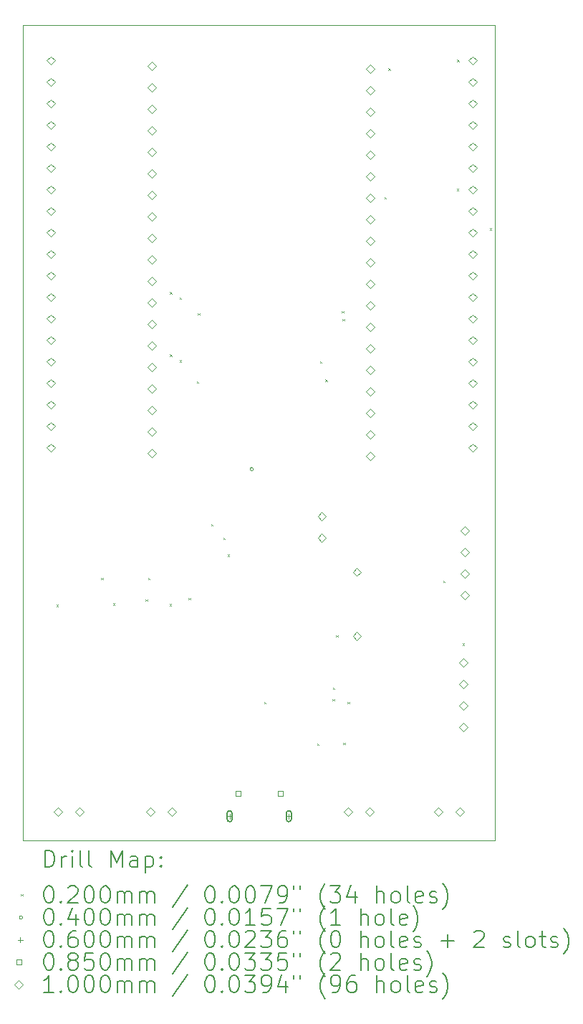
<source format=gbr>
%TF.GenerationSoftware,KiCad,Pcbnew,7.0.5-7.0.5~ubuntu22.04.1*%
%TF.CreationDate,2023-07-06T21:51:07-03:00*%
%TF.ProjectId,Dev-kit-multiboards,4465762d-6b69-4742-9d6d-756c7469626f,rev?*%
%TF.SameCoordinates,Original*%
%TF.FileFunction,Drillmap*%
%TF.FilePolarity,Positive*%
%FSLAX45Y45*%
G04 Gerber Fmt 4.5, Leading zero omitted, Abs format (unit mm)*
G04 Created by KiCad (PCBNEW 7.0.5-7.0.5~ubuntu22.04.1) date 2023-07-06 21:51:07*
%MOMM*%
%LPD*%
G01*
G04 APERTURE LIST*
%ADD10C,0.100000*%
%ADD11C,0.200000*%
%ADD12C,0.020000*%
%ADD13C,0.040000*%
%ADD14C,0.060000*%
%ADD15C,0.085000*%
G04 APERTURE END LIST*
D10*
X9053000Y-3407000D02*
X14633000Y-3407000D01*
X14633000Y-13036000D01*
X9053000Y-13036000D01*
X9053000Y-3407000D01*
D11*
D12*
X9445000Y-10251000D02*
X9465000Y-10271000D01*
X9465000Y-10251000D02*
X9445000Y-10271000D01*
X9974500Y-9936500D02*
X9994500Y-9956500D01*
X9994500Y-9936500D02*
X9974500Y-9956500D01*
X10116000Y-10236000D02*
X10136000Y-10256000D01*
X10136000Y-10236000D02*
X10116000Y-10256000D01*
X10499000Y-10188000D02*
X10519000Y-10208000D01*
X10519000Y-10188000D02*
X10499000Y-10208000D01*
X10527500Y-9934500D02*
X10547500Y-9954500D01*
X10547500Y-9934500D02*
X10527500Y-9954500D01*
X10786000Y-10245000D02*
X10806000Y-10265000D01*
X10806000Y-10245000D02*
X10786000Y-10265000D01*
X10787000Y-6560000D02*
X10807000Y-6580000D01*
X10807000Y-6560000D02*
X10787000Y-6580000D01*
X10789000Y-7296000D02*
X10809000Y-7316000D01*
X10809000Y-7296000D02*
X10789000Y-7316000D01*
X10904000Y-6623000D02*
X10924000Y-6643000D01*
X10924000Y-6623000D02*
X10904000Y-6643000D01*
X10904000Y-7365000D02*
X10924000Y-7385000D01*
X10924000Y-7365000D02*
X10904000Y-7385000D01*
X11007000Y-10174000D02*
X11027000Y-10194000D01*
X11027000Y-10174000D02*
X11007000Y-10194000D01*
X11106000Y-7613000D02*
X11126000Y-7633000D01*
X11126000Y-7613000D02*
X11106000Y-7633000D01*
X11117000Y-6813000D02*
X11137000Y-6833000D01*
X11137000Y-6813000D02*
X11117000Y-6833000D01*
X11275500Y-9297500D02*
X11295500Y-9317500D01*
X11295500Y-9297500D02*
X11275500Y-9317500D01*
X11421000Y-9461000D02*
X11441000Y-9481000D01*
X11441000Y-9461000D02*
X11421000Y-9481000D01*
X11469000Y-9659000D02*
X11489000Y-9679000D01*
X11489000Y-9659000D02*
X11469000Y-9679000D01*
X11901000Y-11402000D02*
X11921000Y-11422000D01*
X11921000Y-11402000D02*
X11901000Y-11422000D01*
X12529000Y-11890000D02*
X12549000Y-11910000D01*
X12549000Y-11890000D02*
X12529000Y-11910000D01*
X12561500Y-7376500D02*
X12581500Y-7396500D01*
X12581500Y-7376500D02*
X12561500Y-7396500D01*
X12624000Y-7593000D02*
X12644000Y-7613000D01*
X12644000Y-7593000D02*
X12624000Y-7613000D01*
X12710000Y-11368000D02*
X12730000Y-11388000D01*
X12730000Y-11368000D02*
X12710000Y-11388000D01*
X12713465Y-11227535D02*
X12733465Y-11247535D01*
X12733465Y-11227535D02*
X12713465Y-11247535D01*
X12753000Y-10610000D02*
X12773000Y-10630000D01*
X12773000Y-10610000D02*
X12753000Y-10630000D01*
X12819000Y-6784000D02*
X12839000Y-6804000D01*
X12839000Y-6784000D02*
X12819000Y-6804000D01*
X12830050Y-6876000D02*
X12850050Y-6896000D01*
X12850050Y-6876000D02*
X12830050Y-6896000D01*
X12838000Y-11883000D02*
X12858000Y-11903000D01*
X12858000Y-11883000D02*
X12838000Y-11903000D01*
X12888000Y-11402000D02*
X12908000Y-11422000D01*
X12908000Y-11402000D02*
X12888000Y-11422000D01*
X13326000Y-5440000D02*
X13346000Y-5460000D01*
X13346000Y-5440000D02*
X13326000Y-5460000D01*
X13371000Y-3918000D02*
X13391000Y-3938000D01*
X13391000Y-3918000D02*
X13371000Y-3938000D01*
X14020000Y-9970000D02*
X14040000Y-9990000D01*
X14040000Y-9970000D02*
X14020000Y-9990000D01*
X14177000Y-5341000D02*
X14197000Y-5361000D01*
X14197000Y-5341000D02*
X14177000Y-5361000D01*
X14184000Y-3818000D02*
X14204000Y-3838000D01*
X14204000Y-3818000D02*
X14184000Y-3838000D01*
X14246000Y-10708000D02*
X14266000Y-10728000D01*
X14266000Y-10708000D02*
X14246000Y-10728000D01*
X14568950Y-5808000D02*
X14588950Y-5828000D01*
X14588950Y-5808000D02*
X14568950Y-5828000D01*
D13*
X11773000Y-8651000D02*
G75*
G03*
X11773000Y-8651000I-20000J0D01*
G01*
D14*
X11493000Y-12718750D02*
X11493000Y-12778750D01*
X11463000Y-12748750D02*
X11523000Y-12748750D01*
D11*
X11523000Y-12783750D02*
X11523000Y-12713750D01*
X11523000Y-12713750D02*
G75*
G03*
X11463000Y-12713750I-30000J0D01*
G01*
X11463000Y-12713750D02*
X11463000Y-12783750D01*
X11463000Y-12783750D02*
G75*
G03*
X11523000Y-12783750I30000J0D01*
G01*
D14*
X12193000Y-12718750D02*
X12193000Y-12778750D01*
X12163000Y-12748750D02*
X12223000Y-12748750D01*
D11*
X12163000Y-12713750D02*
X12163000Y-12783750D01*
X12163000Y-12783750D02*
G75*
G03*
X12223000Y-12783750I30000J0D01*
G01*
X12223000Y-12783750D02*
X12223000Y-12713750D01*
X12223000Y-12713750D02*
G75*
G03*
X12163000Y-12713750I-30000J0D01*
G01*
D15*
X11623052Y-12508802D02*
X11623052Y-12448698D01*
X11562948Y-12448698D01*
X11562948Y-12508802D01*
X11623052Y-12508802D01*
X12123052Y-12508802D02*
X12123052Y-12448698D01*
X12062948Y-12448698D01*
X12062948Y-12508802D01*
X12123052Y-12508802D01*
D10*
X9383000Y-3877000D02*
X9433000Y-3827000D01*
X9383000Y-3777000D01*
X9333000Y-3827000D01*
X9383000Y-3877000D01*
X9383000Y-4131000D02*
X9433000Y-4081000D01*
X9383000Y-4031000D01*
X9333000Y-4081000D01*
X9383000Y-4131000D01*
X9383000Y-4385000D02*
X9433000Y-4335000D01*
X9383000Y-4285000D01*
X9333000Y-4335000D01*
X9383000Y-4385000D01*
X9383000Y-4639000D02*
X9433000Y-4589000D01*
X9383000Y-4539000D01*
X9333000Y-4589000D01*
X9383000Y-4639000D01*
X9383000Y-4893000D02*
X9433000Y-4843000D01*
X9383000Y-4793000D01*
X9333000Y-4843000D01*
X9383000Y-4893000D01*
X9383000Y-5147000D02*
X9433000Y-5097000D01*
X9383000Y-5047000D01*
X9333000Y-5097000D01*
X9383000Y-5147000D01*
X9383000Y-5401000D02*
X9433000Y-5351000D01*
X9383000Y-5301000D01*
X9333000Y-5351000D01*
X9383000Y-5401000D01*
X9383000Y-5655000D02*
X9433000Y-5605000D01*
X9383000Y-5555000D01*
X9333000Y-5605000D01*
X9383000Y-5655000D01*
X9383000Y-5909000D02*
X9433000Y-5859000D01*
X9383000Y-5809000D01*
X9333000Y-5859000D01*
X9383000Y-5909000D01*
X9383000Y-6163000D02*
X9433000Y-6113000D01*
X9383000Y-6063000D01*
X9333000Y-6113000D01*
X9383000Y-6163000D01*
X9383000Y-6417000D02*
X9433000Y-6367000D01*
X9383000Y-6317000D01*
X9333000Y-6367000D01*
X9383000Y-6417000D01*
X9383000Y-6671000D02*
X9433000Y-6621000D01*
X9383000Y-6571000D01*
X9333000Y-6621000D01*
X9383000Y-6671000D01*
X9383000Y-6925000D02*
X9433000Y-6875000D01*
X9383000Y-6825000D01*
X9333000Y-6875000D01*
X9383000Y-6925000D01*
X9383000Y-7179000D02*
X9433000Y-7129000D01*
X9383000Y-7079000D01*
X9333000Y-7129000D01*
X9383000Y-7179000D01*
X9383000Y-7433000D02*
X9433000Y-7383000D01*
X9383000Y-7333000D01*
X9333000Y-7383000D01*
X9383000Y-7433000D01*
X9383000Y-7687000D02*
X9433000Y-7637000D01*
X9383000Y-7587000D01*
X9333000Y-7637000D01*
X9383000Y-7687000D01*
X9383000Y-7941000D02*
X9433000Y-7891000D01*
X9383000Y-7841000D01*
X9333000Y-7891000D01*
X9383000Y-7941000D01*
X9383000Y-8195000D02*
X9433000Y-8145000D01*
X9383000Y-8095000D01*
X9333000Y-8145000D01*
X9383000Y-8195000D01*
X9383000Y-8449000D02*
X9433000Y-8399000D01*
X9383000Y-8349000D01*
X9333000Y-8399000D01*
X9383000Y-8449000D01*
X9465000Y-12745000D02*
X9515000Y-12695000D01*
X9465000Y-12645000D01*
X9415000Y-12695000D01*
X9465000Y-12745000D01*
X9719000Y-12745000D02*
X9769000Y-12695000D01*
X9719000Y-12645000D01*
X9669000Y-12695000D01*
X9719000Y-12745000D01*
X10554000Y-12745000D02*
X10604000Y-12695000D01*
X10554000Y-12645000D01*
X10504000Y-12695000D01*
X10554000Y-12745000D01*
X10576000Y-3941625D02*
X10626000Y-3891625D01*
X10576000Y-3841625D01*
X10526000Y-3891625D01*
X10576000Y-3941625D01*
X10576000Y-4195625D02*
X10626000Y-4145625D01*
X10576000Y-4095625D01*
X10526000Y-4145625D01*
X10576000Y-4195625D01*
X10576000Y-4449625D02*
X10626000Y-4399625D01*
X10576000Y-4349625D01*
X10526000Y-4399625D01*
X10576000Y-4449625D01*
X10576000Y-4703625D02*
X10626000Y-4653625D01*
X10576000Y-4603625D01*
X10526000Y-4653625D01*
X10576000Y-4703625D01*
X10576000Y-4957625D02*
X10626000Y-4907625D01*
X10576000Y-4857625D01*
X10526000Y-4907625D01*
X10576000Y-4957625D01*
X10576000Y-5211625D02*
X10626000Y-5161625D01*
X10576000Y-5111625D01*
X10526000Y-5161625D01*
X10576000Y-5211625D01*
X10576000Y-5465625D02*
X10626000Y-5415625D01*
X10576000Y-5365625D01*
X10526000Y-5415625D01*
X10576000Y-5465625D01*
X10576000Y-5719625D02*
X10626000Y-5669625D01*
X10576000Y-5619625D01*
X10526000Y-5669625D01*
X10576000Y-5719625D01*
X10576000Y-5973625D02*
X10626000Y-5923625D01*
X10576000Y-5873625D01*
X10526000Y-5923625D01*
X10576000Y-5973625D01*
X10576000Y-6227625D02*
X10626000Y-6177625D01*
X10576000Y-6127625D01*
X10526000Y-6177625D01*
X10576000Y-6227625D01*
X10576000Y-6481625D02*
X10626000Y-6431625D01*
X10576000Y-6381625D01*
X10526000Y-6431625D01*
X10576000Y-6481625D01*
X10576000Y-6735625D02*
X10626000Y-6685625D01*
X10576000Y-6635625D01*
X10526000Y-6685625D01*
X10576000Y-6735625D01*
X10576000Y-6989625D02*
X10626000Y-6939625D01*
X10576000Y-6889625D01*
X10526000Y-6939625D01*
X10576000Y-6989625D01*
X10576000Y-7243625D02*
X10626000Y-7193625D01*
X10576000Y-7143625D01*
X10526000Y-7193625D01*
X10576000Y-7243625D01*
X10576000Y-7497625D02*
X10626000Y-7447625D01*
X10576000Y-7397625D01*
X10526000Y-7447625D01*
X10576000Y-7497625D01*
X10576000Y-7751625D02*
X10626000Y-7701625D01*
X10576000Y-7651625D01*
X10526000Y-7701625D01*
X10576000Y-7751625D01*
X10576000Y-8005625D02*
X10626000Y-7955625D01*
X10576000Y-7905625D01*
X10526000Y-7955625D01*
X10576000Y-8005625D01*
X10576000Y-8259625D02*
X10626000Y-8209625D01*
X10576000Y-8159625D01*
X10526000Y-8209625D01*
X10576000Y-8259625D01*
X10576000Y-8513625D02*
X10626000Y-8463625D01*
X10576000Y-8413625D01*
X10526000Y-8463625D01*
X10576000Y-8513625D01*
X10808000Y-12745000D02*
X10858000Y-12695000D01*
X10808000Y-12645000D01*
X10758000Y-12695000D01*
X10808000Y-12745000D01*
X12584000Y-9261000D02*
X12634000Y-9211000D01*
X12584000Y-9161000D01*
X12534000Y-9211000D01*
X12584000Y-9261000D01*
X12584000Y-9515000D02*
X12634000Y-9465000D01*
X12584000Y-9415000D01*
X12534000Y-9465000D01*
X12584000Y-9515000D01*
X12893000Y-12745000D02*
X12943000Y-12695000D01*
X12893000Y-12645000D01*
X12843000Y-12695000D01*
X12893000Y-12745000D01*
X12999000Y-9915000D02*
X13049000Y-9865000D01*
X12999000Y-9815000D01*
X12949000Y-9865000D01*
X12999000Y-9915000D01*
X12999000Y-10675000D02*
X13049000Y-10625000D01*
X12999000Y-10575000D01*
X12949000Y-10625000D01*
X12999000Y-10675000D01*
X13147000Y-12745000D02*
X13197000Y-12695000D01*
X13147000Y-12645000D01*
X13097000Y-12695000D01*
X13147000Y-12745000D01*
X13156000Y-3975625D02*
X13206000Y-3925625D01*
X13156000Y-3875625D01*
X13106000Y-3925625D01*
X13156000Y-3975625D01*
X13156000Y-4229625D02*
X13206000Y-4179625D01*
X13156000Y-4129625D01*
X13106000Y-4179625D01*
X13156000Y-4229625D01*
X13156000Y-4483625D02*
X13206000Y-4433625D01*
X13156000Y-4383625D01*
X13106000Y-4433625D01*
X13156000Y-4483625D01*
X13156000Y-4737625D02*
X13206000Y-4687625D01*
X13156000Y-4637625D01*
X13106000Y-4687625D01*
X13156000Y-4737625D01*
X13156000Y-4991625D02*
X13206000Y-4941625D01*
X13156000Y-4891625D01*
X13106000Y-4941625D01*
X13156000Y-4991625D01*
X13156000Y-5245625D02*
X13206000Y-5195625D01*
X13156000Y-5145625D01*
X13106000Y-5195625D01*
X13156000Y-5245625D01*
X13156000Y-5499625D02*
X13206000Y-5449625D01*
X13156000Y-5399625D01*
X13106000Y-5449625D01*
X13156000Y-5499625D01*
X13156000Y-5753625D02*
X13206000Y-5703625D01*
X13156000Y-5653625D01*
X13106000Y-5703625D01*
X13156000Y-5753625D01*
X13156000Y-6007625D02*
X13206000Y-5957625D01*
X13156000Y-5907625D01*
X13106000Y-5957625D01*
X13156000Y-6007625D01*
X13156000Y-6261625D02*
X13206000Y-6211625D01*
X13156000Y-6161625D01*
X13106000Y-6211625D01*
X13156000Y-6261625D01*
X13156000Y-6515625D02*
X13206000Y-6465625D01*
X13156000Y-6415625D01*
X13106000Y-6465625D01*
X13156000Y-6515625D01*
X13156000Y-6769625D02*
X13206000Y-6719625D01*
X13156000Y-6669625D01*
X13106000Y-6719625D01*
X13156000Y-6769625D01*
X13156000Y-7023625D02*
X13206000Y-6973625D01*
X13156000Y-6923625D01*
X13106000Y-6973625D01*
X13156000Y-7023625D01*
X13156000Y-7277625D02*
X13206000Y-7227625D01*
X13156000Y-7177625D01*
X13106000Y-7227625D01*
X13156000Y-7277625D01*
X13156000Y-7531625D02*
X13206000Y-7481625D01*
X13156000Y-7431625D01*
X13106000Y-7481625D01*
X13156000Y-7531625D01*
X13156000Y-7785625D02*
X13206000Y-7735625D01*
X13156000Y-7685625D01*
X13106000Y-7735625D01*
X13156000Y-7785625D01*
X13156000Y-8039625D02*
X13206000Y-7989625D01*
X13156000Y-7939625D01*
X13106000Y-7989625D01*
X13156000Y-8039625D01*
X13156000Y-8293625D02*
X13206000Y-8243625D01*
X13156000Y-8193625D01*
X13106000Y-8243625D01*
X13156000Y-8293625D01*
X13156000Y-8547625D02*
X13206000Y-8497625D01*
X13156000Y-8447625D01*
X13106000Y-8497625D01*
X13156000Y-8547625D01*
X13960000Y-12745000D02*
X14010000Y-12695000D01*
X13960000Y-12645000D01*
X13910000Y-12695000D01*
X13960000Y-12745000D01*
X14214000Y-12745000D02*
X14264000Y-12695000D01*
X14214000Y-12645000D01*
X14164000Y-12695000D01*
X14214000Y-12745000D01*
X14257000Y-10985000D02*
X14307000Y-10935000D01*
X14257000Y-10885000D01*
X14207000Y-10935000D01*
X14257000Y-10985000D01*
X14257000Y-11239000D02*
X14307000Y-11189000D01*
X14257000Y-11139000D01*
X14207000Y-11189000D01*
X14257000Y-11239000D01*
X14257000Y-11493000D02*
X14307000Y-11443000D01*
X14257000Y-11393000D01*
X14207000Y-11443000D01*
X14257000Y-11493000D01*
X14257000Y-11747000D02*
X14307000Y-11697000D01*
X14257000Y-11647000D01*
X14207000Y-11697000D01*
X14257000Y-11747000D01*
X14276000Y-9429000D02*
X14326000Y-9379000D01*
X14276000Y-9329000D01*
X14226000Y-9379000D01*
X14276000Y-9429000D01*
X14276000Y-9683000D02*
X14326000Y-9633000D01*
X14276000Y-9583000D01*
X14226000Y-9633000D01*
X14276000Y-9683000D01*
X14276000Y-9937000D02*
X14326000Y-9887000D01*
X14276000Y-9837000D01*
X14226000Y-9887000D01*
X14276000Y-9937000D01*
X14276000Y-10191000D02*
X14326000Y-10141000D01*
X14276000Y-10091000D01*
X14226000Y-10141000D01*
X14276000Y-10191000D01*
X14365000Y-3877000D02*
X14415000Y-3827000D01*
X14365000Y-3777000D01*
X14315000Y-3827000D01*
X14365000Y-3877000D01*
X14365000Y-4131000D02*
X14415000Y-4081000D01*
X14365000Y-4031000D01*
X14315000Y-4081000D01*
X14365000Y-4131000D01*
X14365000Y-4385000D02*
X14415000Y-4335000D01*
X14365000Y-4285000D01*
X14315000Y-4335000D01*
X14365000Y-4385000D01*
X14365000Y-4639000D02*
X14415000Y-4589000D01*
X14365000Y-4539000D01*
X14315000Y-4589000D01*
X14365000Y-4639000D01*
X14365000Y-4893000D02*
X14415000Y-4843000D01*
X14365000Y-4793000D01*
X14315000Y-4843000D01*
X14365000Y-4893000D01*
X14365000Y-5147000D02*
X14415000Y-5097000D01*
X14365000Y-5047000D01*
X14315000Y-5097000D01*
X14365000Y-5147000D01*
X14365000Y-5401000D02*
X14415000Y-5351000D01*
X14365000Y-5301000D01*
X14315000Y-5351000D01*
X14365000Y-5401000D01*
X14365000Y-5655000D02*
X14415000Y-5605000D01*
X14365000Y-5555000D01*
X14315000Y-5605000D01*
X14365000Y-5655000D01*
X14365000Y-5909000D02*
X14415000Y-5859000D01*
X14365000Y-5809000D01*
X14315000Y-5859000D01*
X14365000Y-5909000D01*
X14365000Y-6163000D02*
X14415000Y-6113000D01*
X14365000Y-6063000D01*
X14315000Y-6113000D01*
X14365000Y-6163000D01*
X14365000Y-6417000D02*
X14415000Y-6367000D01*
X14365000Y-6317000D01*
X14315000Y-6367000D01*
X14365000Y-6417000D01*
X14365000Y-6671000D02*
X14415000Y-6621000D01*
X14365000Y-6571000D01*
X14315000Y-6621000D01*
X14365000Y-6671000D01*
X14365000Y-6925000D02*
X14415000Y-6875000D01*
X14365000Y-6825000D01*
X14315000Y-6875000D01*
X14365000Y-6925000D01*
X14365000Y-7179000D02*
X14415000Y-7129000D01*
X14365000Y-7079000D01*
X14315000Y-7129000D01*
X14365000Y-7179000D01*
X14365000Y-7433000D02*
X14415000Y-7383000D01*
X14365000Y-7333000D01*
X14315000Y-7383000D01*
X14365000Y-7433000D01*
X14365000Y-7687000D02*
X14415000Y-7637000D01*
X14365000Y-7587000D01*
X14315000Y-7637000D01*
X14365000Y-7687000D01*
X14365000Y-7941000D02*
X14415000Y-7891000D01*
X14365000Y-7841000D01*
X14315000Y-7891000D01*
X14365000Y-7941000D01*
X14365000Y-8195000D02*
X14415000Y-8145000D01*
X14365000Y-8095000D01*
X14315000Y-8145000D01*
X14365000Y-8195000D01*
X14365000Y-8449000D02*
X14415000Y-8399000D01*
X14365000Y-8349000D01*
X14315000Y-8399000D01*
X14365000Y-8449000D01*
D11*
X9308777Y-13352484D02*
X9308777Y-13152484D01*
X9308777Y-13152484D02*
X9356396Y-13152484D01*
X9356396Y-13152484D02*
X9384967Y-13162008D01*
X9384967Y-13162008D02*
X9404015Y-13181055D01*
X9404015Y-13181055D02*
X9413539Y-13200103D01*
X9413539Y-13200103D02*
X9423063Y-13238198D01*
X9423063Y-13238198D02*
X9423063Y-13266769D01*
X9423063Y-13266769D02*
X9413539Y-13304865D01*
X9413539Y-13304865D02*
X9404015Y-13323912D01*
X9404015Y-13323912D02*
X9384967Y-13342960D01*
X9384967Y-13342960D02*
X9356396Y-13352484D01*
X9356396Y-13352484D02*
X9308777Y-13352484D01*
X9508777Y-13352484D02*
X9508777Y-13219150D01*
X9508777Y-13257246D02*
X9518301Y-13238198D01*
X9518301Y-13238198D02*
X9527824Y-13228674D01*
X9527824Y-13228674D02*
X9546872Y-13219150D01*
X9546872Y-13219150D02*
X9565920Y-13219150D01*
X9632586Y-13352484D02*
X9632586Y-13219150D01*
X9632586Y-13152484D02*
X9623063Y-13162008D01*
X9623063Y-13162008D02*
X9632586Y-13171531D01*
X9632586Y-13171531D02*
X9642110Y-13162008D01*
X9642110Y-13162008D02*
X9632586Y-13152484D01*
X9632586Y-13152484D02*
X9632586Y-13171531D01*
X9756396Y-13352484D02*
X9737348Y-13342960D01*
X9737348Y-13342960D02*
X9727824Y-13323912D01*
X9727824Y-13323912D02*
X9727824Y-13152484D01*
X9861158Y-13352484D02*
X9842110Y-13342960D01*
X9842110Y-13342960D02*
X9832586Y-13323912D01*
X9832586Y-13323912D02*
X9832586Y-13152484D01*
X10089729Y-13352484D02*
X10089729Y-13152484D01*
X10089729Y-13152484D02*
X10156396Y-13295341D01*
X10156396Y-13295341D02*
X10223063Y-13152484D01*
X10223063Y-13152484D02*
X10223063Y-13352484D01*
X10404015Y-13352484D02*
X10404015Y-13247722D01*
X10404015Y-13247722D02*
X10394491Y-13228674D01*
X10394491Y-13228674D02*
X10375444Y-13219150D01*
X10375444Y-13219150D02*
X10337348Y-13219150D01*
X10337348Y-13219150D02*
X10318301Y-13228674D01*
X10404015Y-13342960D02*
X10384967Y-13352484D01*
X10384967Y-13352484D02*
X10337348Y-13352484D01*
X10337348Y-13352484D02*
X10318301Y-13342960D01*
X10318301Y-13342960D02*
X10308777Y-13323912D01*
X10308777Y-13323912D02*
X10308777Y-13304865D01*
X10308777Y-13304865D02*
X10318301Y-13285817D01*
X10318301Y-13285817D02*
X10337348Y-13276293D01*
X10337348Y-13276293D02*
X10384967Y-13276293D01*
X10384967Y-13276293D02*
X10404015Y-13266769D01*
X10499253Y-13219150D02*
X10499253Y-13419150D01*
X10499253Y-13228674D02*
X10518301Y-13219150D01*
X10518301Y-13219150D02*
X10556396Y-13219150D01*
X10556396Y-13219150D02*
X10575444Y-13228674D01*
X10575444Y-13228674D02*
X10584967Y-13238198D01*
X10584967Y-13238198D02*
X10594491Y-13257246D01*
X10594491Y-13257246D02*
X10594491Y-13314388D01*
X10594491Y-13314388D02*
X10584967Y-13333436D01*
X10584967Y-13333436D02*
X10575444Y-13342960D01*
X10575444Y-13342960D02*
X10556396Y-13352484D01*
X10556396Y-13352484D02*
X10518301Y-13352484D01*
X10518301Y-13352484D02*
X10499253Y-13342960D01*
X10680205Y-13333436D02*
X10689729Y-13342960D01*
X10689729Y-13342960D02*
X10680205Y-13352484D01*
X10680205Y-13352484D02*
X10670682Y-13342960D01*
X10670682Y-13342960D02*
X10680205Y-13333436D01*
X10680205Y-13333436D02*
X10680205Y-13352484D01*
X10680205Y-13228674D02*
X10689729Y-13238198D01*
X10689729Y-13238198D02*
X10680205Y-13247722D01*
X10680205Y-13247722D02*
X10670682Y-13238198D01*
X10670682Y-13238198D02*
X10680205Y-13228674D01*
X10680205Y-13228674D02*
X10680205Y-13247722D01*
D12*
X9028000Y-13671000D02*
X9048000Y-13691000D01*
X9048000Y-13671000D02*
X9028000Y-13691000D01*
D11*
X9346872Y-13572484D02*
X9365920Y-13572484D01*
X9365920Y-13572484D02*
X9384967Y-13582008D01*
X9384967Y-13582008D02*
X9394491Y-13591531D01*
X9394491Y-13591531D02*
X9404015Y-13610579D01*
X9404015Y-13610579D02*
X9413539Y-13648674D01*
X9413539Y-13648674D02*
X9413539Y-13696293D01*
X9413539Y-13696293D02*
X9404015Y-13734388D01*
X9404015Y-13734388D02*
X9394491Y-13753436D01*
X9394491Y-13753436D02*
X9384967Y-13762960D01*
X9384967Y-13762960D02*
X9365920Y-13772484D01*
X9365920Y-13772484D02*
X9346872Y-13772484D01*
X9346872Y-13772484D02*
X9327824Y-13762960D01*
X9327824Y-13762960D02*
X9318301Y-13753436D01*
X9318301Y-13753436D02*
X9308777Y-13734388D01*
X9308777Y-13734388D02*
X9299253Y-13696293D01*
X9299253Y-13696293D02*
X9299253Y-13648674D01*
X9299253Y-13648674D02*
X9308777Y-13610579D01*
X9308777Y-13610579D02*
X9318301Y-13591531D01*
X9318301Y-13591531D02*
X9327824Y-13582008D01*
X9327824Y-13582008D02*
X9346872Y-13572484D01*
X9499253Y-13753436D02*
X9508777Y-13762960D01*
X9508777Y-13762960D02*
X9499253Y-13772484D01*
X9499253Y-13772484D02*
X9489729Y-13762960D01*
X9489729Y-13762960D02*
X9499253Y-13753436D01*
X9499253Y-13753436D02*
X9499253Y-13772484D01*
X9584967Y-13591531D02*
X9594491Y-13582008D01*
X9594491Y-13582008D02*
X9613539Y-13572484D01*
X9613539Y-13572484D02*
X9661158Y-13572484D01*
X9661158Y-13572484D02*
X9680205Y-13582008D01*
X9680205Y-13582008D02*
X9689729Y-13591531D01*
X9689729Y-13591531D02*
X9699253Y-13610579D01*
X9699253Y-13610579D02*
X9699253Y-13629627D01*
X9699253Y-13629627D02*
X9689729Y-13658198D01*
X9689729Y-13658198D02*
X9575444Y-13772484D01*
X9575444Y-13772484D02*
X9699253Y-13772484D01*
X9823063Y-13572484D02*
X9842110Y-13572484D01*
X9842110Y-13572484D02*
X9861158Y-13582008D01*
X9861158Y-13582008D02*
X9870682Y-13591531D01*
X9870682Y-13591531D02*
X9880205Y-13610579D01*
X9880205Y-13610579D02*
X9889729Y-13648674D01*
X9889729Y-13648674D02*
X9889729Y-13696293D01*
X9889729Y-13696293D02*
X9880205Y-13734388D01*
X9880205Y-13734388D02*
X9870682Y-13753436D01*
X9870682Y-13753436D02*
X9861158Y-13762960D01*
X9861158Y-13762960D02*
X9842110Y-13772484D01*
X9842110Y-13772484D02*
X9823063Y-13772484D01*
X9823063Y-13772484D02*
X9804015Y-13762960D01*
X9804015Y-13762960D02*
X9794491Y-13753436D01*
X9794491Y-13753436D02*
X9784967Y-13734388D01*
X9784967Y-13734388D02*
X9775444Y-13696293D01*
X9775444Y-13696293D02*
X9775444Y-13648674D01*
X9775444Y-13648674D02*
X9784967Y-13610579D01*
X9784967Y-13610579D02*
X9794491Y-13591531D01*
X9794491Y-13591531D02*
X9804015Y-13582008D01*
X9804015Y-13582008D02*
X9823063Y-13572484D01*
X10013539Y-13572484D02*
X10032586Y-13572484D01*
X10032586Y-13572484D02*
X10051634Y-13582008D01*
X10051634Y-13582008D02*
X10061158Y-13591531D01*
X10061158Y-13591531D02*
X10070682Y-13610579D01*
X10070682Y-13610579D02*
X10080205Y-13648674D01*
X10080205Y-13648674D02*
X10080205Y-13696293D01*
X10080205Y-13696293D02*
X10070682Y-13734388D01*
X10070682Y-13734388D02*
X10061158Y-13753436D01*
X10061158Y-13753436D02*
X10051634Y-13762960D01*
X10051634Y-13762960D02*
X10032586Y-13772484D01*
X10032586Y-13772484D02*
X10013539Y-13772484D01*
X10013539Y-13772484D02*
X9994491Y-13762960D01*
X9994491Y-13762960D02*
X9984967Y-13753436D01*
X9984967Y-13753436D02*
X9975444Y-13734388D01*
X9975444Y-13734388D02*
X9965920Y-13696293D01*
X9965920Y-13696293D02*
X9965920Y-13648674D01*
X9965920Y-13648674D02*
X9975444Y-13610579D01*
X9975444Y-13610579D02*
X9984967Y-13591531D01*
X9984967Y-13591531D02*
X9994491Y-13582008D01*
X9994491Y-13582008D02*
X10013539Y-13572484D01*
X10165920Y-13772484D02*
X10165920Y-13639150D01*
X10165920Y-13658198D02*
X10175444Y-13648674D01*
X10175444Y-13648674D02*
X10194491Y-13639150D01*
X10194491Y-13639150D02*
X10223063Y-13639150D01*
X10223063Y-13639150D02*
X10242110Y-13648674D01*
X10242110Y-13648674D02*
X10251634Y-13667722D01*
X10251634Y-13667722D02*
X10251634Y-13772484D01*
X10251634Y-13667722D02*
X10261158Y-13648674D01*
X10261158Y-13648674D02*
X10280205Y-13639150D01*
X10280205Y-13639150D02*
X10308777Y-13639150D01*
X10308777Y-13639150D02*
X10327825Y-13648674D01*
X10327825Y-13648674D02*
X10337348Y-13667722D01*
X10337348Y-13667722D02*
X10337348Y-13772484D01*
X10432586Y-13772484D02*
X10432586Y-13639150D01*
X10432586Y-13658198D02*
X10442110Y-13648674D01*
X10442110Y-13648674D02*
X10461158Y-13639150D01*
X10461158Y-13639150D02*
X10489729Y-13639150D01*
X10489729Y-13639150D02*
X10508777Y-13648674D01*
X10508777Y-13648674D02*
X10518301Y-13667722D01*
X10518301Y-13667722D02*
X10518301Y-13772484D01*
X10518301Y-13667722D02*
X10527825Y-13648674D01*
X10527825Y-13648674D02*
X10546872Y-13639150D01*
X10546872Y-13639150D02*
X10575444Y-13639150D01*
X10575444Y-13639150D02*
X10594491Y-13648674D01*
X10594491Y-13648674D02*
X10604015Y-13667722D01*
X10604015Y-13667722D02*
X10604015Y-13772484D01*
X10994491Y-13562960D02*
X10823063Y-13820103D01*
X11251634Y-13572484D02*
X11270682Y-13572484D01*
X11270682Y-13572484D02*
X11289729Y-13582008D01*
X11289729Y-13582008D02*
X11299253Y-13591531D01*
X11299253Y-13591531D02*
X11308777Y-13610579D01*
X11308777Y-13610579D02*
X11318301Y-13648674D01*
X11318301Y-13648674D02*
X11318301Y-13696293D01*
X11318301Y-13696293D02*
X11308777Y-13734388D01*
X11308777Y-13734388D02*
X11299253Y-13753436D01*
X11299253Y-13753436D02*
X11289729Y-13762960D01*
X11289729Y-13762960D02*
X11270682Y-13772484D01*
X11270682Y-13772484D02*
X11251634Y-13772484D01*
X11251634Y-13772484D02*
X11232586Y-13762960D01*
X11232586Y-13762960D02*
X11223063Y-13753436D01*
X11223063Y-13753436D02*
X11213539Y-13734388D01*
X11213539Y-13734388D02*
X11204015Y-13696293D01*
X11204015Y-13696293D02*
X11204015Y-13648674D01*
X11204015Y-13648674D02*
X11213539Y-13610579D01*
X11213539Y-13610579D02*
X11223063Y-13591531D01*
X11223063Y-13591531D02*
X11232586Y-13582008D01*
X11232586Y-13582008D02*
X11251634Y-13572484D01*
X11404015Y-13753436D02*
X11413539Y-13762960D01*
X11413539Y-13762960D02*
X11404015Y-13772484D01*
X11404015Y-13772484D02*
X11394491Y-13762960D01*
X11394491Y-13762960D02*
X11404015Y-13753436D01*
X11404015Y-13753436D02*
X11404015Y-13772484D01*
X11537348Y-13572484D02*
X11556396Y-13572484D01*
X11556396Y-13572484D02*
X11575444Y-13582008D01*
X11575444Y-13582008D02*
X11584967Y-13591531D01*
X11584967Y-13591531D02*
X11594491Y-13610579D01*
X11594491Y-13610579D02*
X11604015Y-13648674D01*
X11604015Y-13648674D02*
X11604015Y-13696293D01*
X11604015Y-13696293D02*
X11594491Y-13734388D01*
X11594491Y-13734388D02*
X11584967Y-13753436D01*
X11584967Y-13753436D02*
X11575444Y-13762960D01*
X11575444Y-13762960D02*
X11556396Y-13772484D01*
X11556396Y-13772484D02*
X11537348Y-13772484D01*
X11537348Y-13772484D02*
X11518301Y-13762960D01*
X11518301Y-13762960D02*
X11508777Y-13753436D01*
X11508777Y-13753436D02*
X11499253Y-13734388D01*
X11499253Y-13734388D02*
X11489729Y-13696293D01*
X11489729Y-13696293D02*
X11489729Y-13648674D01*
X11489729Y-13648674D02*
X11499253Y-13610579D01*
X11499253Y-13610579D02*
X11508777Y-13591531D01*
X11508777Y-13591531D02*
X11518301Y-13582008D01*
X11518301Y-13582008D02*
X11537348Y-13572484D01*
X11727825Y-13572484D02*
X11746872Y-13572484D01*
X11746872Y-13572484D02*
X11765920Y-13582008D01*
X11765920Y-13582008D02*
X11775444Y-13591531D01*
X11775444Y-13591531D02*
X11784967Y-13610579D01*
X11784967Y-13610579D02*
X11794491Y-13648674D01*
X11794491Y-13648674D02*
X11794491Y-13696293D01*
X11794491Y-13696293D02*
X11784967Y-13734388D01*
X11784967Y-13734388D02*
X11775444Y-13753436D01*
X11775444Y-13753436D02*
X11765920Y-13762960D01*
X11765920Y-13762960D02*
X11746872Y-13772484D01*
X11746872Y-13772484D02*
X11727825Y-13772484D01*
X11727825Y-13772484D02*
X11708777Y-13762960D01*
X11708777Y-13762960D02*
X11699253Y-13753436D01*
X11699253Y-13753436D02*
X11689729Y-13734388D01*
X11689729Y-13734388D02*
X11680206Y-13696293D01*
X11680206Y-13696293D02*
X11680206Y-13648674D01*
X11680206Y-13648674D02*
X11689729Y-13610579D01*
X11689729Y-13610579D02*
X11699253Y-13591531D01*
X11699253Y-13591531D02*
X11708777Y-13582008D01*
X11708777Y-13582008D02*
X11727825Y-13572484D01*
X11861158Y-13572484D02*
X11994491Y-13572484D01*
X11994491Y-13572484D02*
X11908777Y-13772484D01*
X12080206Y-13772484D02*
X12118301Y-13772484D01*
X12118301Y-13772484D02*
X12137348Y-13762960D01*
X12137348Y-13762960D02*
X12146872Y-13753436D01*
X12146872Y-13753436D02*
X12165920Y-13724865D01*
X12165920Y-13724865D02*
X12175444Y-13686769D01*
X12175444Y-13686769D02*
X12175444Y-13610579D01*
X12175444Y-13610579D02*
X12165920Y-13591531D01*
X12165920Y-13591531D02*
X12156396Y-13582008D01*
X12156396Y-13582008D02*
X12137348Y-13572484D01*
X12137348Y-13572484D02*
X12099253Y-13572484D01*
X12099253Y-13572484D02*
X12080206Y-13582008D01*
X12080206Y-13582008D02*
X12070682Y-13591531D01*
X12070682Y-13591531D02*
X12061158Y-13610579D01*
X12061158Y-13610579D02*
X12061158Y-13658198D01*
X12061158Y-13658198D02*
X12070682Y-13677246D01*
X12070682Y-13677246D02*
X12080206Y-13686769D01*
X12080206Y-13686769D02*
X12099253Y-13696293D01*
X12099253Y-13696293D02*
X12137348Y-13696293D01*
X12137348Y-13696293D02*
X12156396Y-13686769D01*
X12156396Y-13686769D02*
X12165920Y-13677246D01*
X12165920Y-13677246D02*
X12175444Y-13658198D01*
X12251634Y-13572484D02*
X12251634Y-13610579D01*
X12327825Y-13572484D02*
X12327825Y-13610579D01*
X12623063Y-13848674D02*
X12613539Y-13839150D01*
X12613539Y-13839150D02*
X12594491Y-13810579D01*
X12594491Y-13810579D02*
X12584968Y-13791531D01*
X12584968Y-13791531D02*
X12575444Y-13762960D01*
X12575444Y-13762960D02*
X12565920Y-13715341D01*
X12565920Y-13715341D02*
X12565920Y-13677246D01*
X12565920Y-13677246D02*
X12575444Y-13629627D01*
X12575444Y-13629627D02*
X12584968Y-13601055D01*
X12584968Y-13601055D02*
X12594491Y-13582008D01*
X12594491Y-13582008D02*
X12613539Y-13553436D01*
X12613539Y-13553436D02*
X12623063Y-13543912D01*
X12680206Y-13572484D02*
X12804015Y-13572484D01*
X12804015Y-13572484D02*
X12737348Y-13648674D01*
X12737348Y-13648674D02*
X12765920Y-13648674D01*
X12765920Y-13648674D02*
X12784968Y-13658198D01*
X12784968Y-13658198D02*
X12794491Y-13667722D01*
X12794491Y-13667722D02*
X12804015Y-13686769D01*
X12804015Y-13686769D02*
X12804015Y-13734388D01*
X12804015Y-13734388D02*
X12794491Y-13753436D01*
X12794491Y-13753436D02*
X12784968Y-13762960D01*
X12784968Y-13762960D02*
X12765920Y-13772484D01*
X12765920Y-13772484D02*
X12708777Y-13772484D01*
X12708777Y-13772484D02*
X12689729Y-13762960D01*
X12689729Y-13762960D02*
X12680206Y-13753436D01*
X12975444Y-13639150D02*
X12975444Y-13772484D01*
X12927825Y-13562960D02*
X12880206Y-13705817D01*
X12880206Y-13705817D02*
X13004015Y-13705817D01*
X13232587Y-13772484D02*
X13232587Y-13572484D01*
X13318301Y-13772484D02*
X13318301Y-13667722D01*
X13318301Y-13667722D02*
X13308777Y-13648674D01*
X13308777Y-13648674D02*
X13289730Y-13639150D01*
X13289730Y-13639150D02*
X13261158Y-13639150D01*
X13261158Y-13639150D02*
X13242110Y-13648674D01*
X13242110Y-13648674D02*
X13232587Y-13658198D01*
X13442110Y-13772484D02*
X13423063Y-13762960D01*
X13423063Y-13762960D02*
X13413539Y-13753436D01*
X13413539Y-13753436D02*
X13404015Y-13734388D01*
X13404015Y-13734388D02*
X13404015Y-13677246D01*
X13404015Y-13677246D02*
X13413539Y-13658198D01*
X13413539Y-13658198D02*
X13423063Y-13648674D01*
X13423063Y-13648674D02*
X13442110Y-13639150D01*
X13442110Y-13639150D02*
X13470682Y-13639150D01*
X13470682Y-13639150D02*
X13489730Y-13648674D01*
X13489730Y-13648674D02*
X13499253Y-13658198D01*
X13499253Y-13658198D02*
X13508777Y-13677246D01*
X13508777Y-13677246D02*
X13508777Y-13734388D01*
X13508777Y-13734388D02*
X13499253Y-13753436D01*
X13499253Y-13753436D02*
X13489730Y-13762960D01*
X13489730Y-13762960D02*
X13470682Y-13772484D01*
X13470682Y-13772484D02*
X13442110Y-13772484D01*
X13623063Y-13772484D02*
X13604015Y-13762960D01*
X13604015Y-13762960D02*
X13594491Y-13743912D01*
X13594491Y-13743912D02*
X13594491Y-13572484D01*
X13775444Y-13762960D02*
X13756396Y-13772484D01*
X13756396Y-13772484D02*
X13718301Y-13772484D01*
X13718301Y-13772484D02*
X13699253Y-13762960D01*
X13699253Y-13762960D02*
X13689730Y-13743912D01*
X13689730Y-13743912D02*
X13689730Y-13667722D01*
X13689730Y-13667722D02*
X13699253Y-13648674D01*
X13699253Y-13648674D02*
X13718301Y-13639150D01*
X13718301Y-13639150D02*
X13756396Y-13639150D01*
X13756396Y-13639150D02*
X13775444Y-13648674D01*
X13775444Y-13648674D02*
X13784968Y-13667722D01*
X13784968Y-13667722D02*
X13784968Y-13686769D01*
X13784968Y-13686769D02*
X13689730Y-13705817D01*
X13861158Y-13762960D02*
X13880206Y-13772484D01*
X13880206Y-13772484D02*
X13918301Y-13772484D01*
X13918301Y-13772484D02*
X13937349Y-13762960D01*
X13937349Y-13762960D02*
X13946872Y-13743912D01*
X13946872Y-13743912D02*
X13946872Y-13734388D01*
X13946872Y-13734388D02*
X13937349Y-13715341D01*
X13937349Y-13715341D02*
X13918301Y-13705817D01*
X13918301Y-13705817D02*
X13889730Y-13705817D01*
X13889730Y-13705817D02*
X13870682Y-13696293D01*
X13870682Y-13696293D02*
X13861158Y-13677246D01*
X13861158Y-13677246D02*
X13861158Y-13667722D01*
X13861158Y-13667722D02*
X13870682Y-13648674D01*
X13870682Y-13648674D02*
X13889730Y-13639150D01*
X13889730Y-13639150D02*
X13918301Y-13639150D01*
X13918301Y-13639150D02*
X13937349Y-13648674D01*
X14013539Y-13848674D02*
X14023063Y-13839150D01*
X14023063Y-13839150D02*
X14042111Y-13810579D01*
X14042111Y-13810579D02*
X14051634Y-13791531D01*
X14051634Y-13791531D02*
X14061158Y-13762960D01*
X14061158Y-13762960D02*
X14070682Y-13715341D01*
X14070682Y-13715341D02*
X14070682Y-13677246D01*
X14070682Y-13677246D02*
X14061158Y-13629627D01*
X14061158Y-13629627D02*
X14051634Y-13601055D01*
X14051634Y-13601055D02*
X14042111Y-13582008D01*
X14042111Y-13582008D02*
X14023063Y-13553436D01*
X14023063Y-13553436D02*
X14013539Y-13543912D01*
D13*
X9048000Y-13945000D02*
G75*
G03*
X9048000Y-13945000I-20000J0D01*
G01*
D11*
X9346872Y-13836484D02*
X9365920Y-13836484D01*
X9365920Y-13836484D02*
X9384967Y-13846008D01*
X9384967Y-13846008D02*
X9394491Y-13855531D01*
X9394491Y-13855531D02*
X9404015Y-13874579D01*
X9404015Y-13874579D02*
X9413539Y-13912674D01*
X9413539Y-13912674D02*
X9413539Y-13960293D01*
X9413539Y-13960293D02*
X9404015Y-13998388D01*
X9404015Y-13998388D02*
X9394491Y-14017436D01*
X9394491Y-14017436D02*
X9384967Y-14026960D01*
X9384967Y-14026960D02*
X9365920Y-14036484D01*
X9365920Y-14036484D02*
X9346872Y-14036484D01*
X9346872Y-14036484D02*
X9327824Y-14026960D01*
X9327824Y-14026960D02*
X9318301Y-14017436D01*
X9318301Y-14017436D02*
X9308777Y-13998388D01*
X9308777Y-13998388D02*
X9299253Y-13960293D01*
X9299253Y-13960293D02*
X9299253Y-13912674D01*
X9299253Y-13912674D02*
X9308777Y-13874579D01*
X9308777Y-13874579D02*
X9318301Y-13855531D01*
X9318301Y-13855531D02*
X9327824Y-13846008D01*
X9327824Y-13846008D02*
X9346872Y-13836484D01*
X9499253Y-14017436D02*
X9508777Y-14026960D01*
X9508777Y-14026960D02*
X9499253Y-14036484D01*
X9499253Y-14036484D02*
X9489729Y-14026960D01*
X9489729Y-14026960D02*
X9499253Y-14017436D01*
X9499253Y-14017436D02*
X9499253Y-14036484D01*
X9680205Y-13903150D02*
X9680205Y-14036484D01*
X9632586Y-13826960D02*
X9584967Y-13969817D01*
X9584967Y-13969817D02*
X9708777Y-13969817D01*
X9823063Y-13836484D02*
X9842110Y-13836484D01*
X9842110Y-13836484D02*
X9861158Y-13846008D01*
X9861158Y-13846008D02*
X9870682Y-13855531D01*
X9870682Y-13855531D02*
X9880205Y-13874579D01*
X9880205Y-13874579D02*
X9889729Y-13912674D01*
X9889729Y-13912674D02*
X9889729Y-13960293D01*
X9889729Y-13960293D02*
X9880205Y-13998388D01*
X9880205Y-13998388D02*
X9870682Y-14017436D01*
X9870682Y-14017436D02*
X9861158Y-14026960D01*
X9861158Y-14026960D02*
X9842110Y-14036484D01*
X9842110Y-14036484D02*
X9823063Y-14036484D01*
X9823063Y-14036484D02*
X9804015Y-14026960D01*
X9804015Y-14026960D02*
X9794491Y-14017436D01*
X9794491Y-14017436D02*
X9784967Y-13998388D01*
X9784967Y-13998388D02*
X9775444Y-13960293D01*
X9775444Y-13960293D02*
X9775444Y-13912674D01*
X9775444Y-13912674D02*
X9784967Y-13874579D01*
X9784967Y-13874579D02*
X9794491Y-13855531D01*
X9794491Y-13855531D02*
X9804015Y-13846008D01*
X9804015Y-13846008D02*
X9823063Y-13836484D01*
X10013539Y-13836484D02*
X10032586Y-13836484D01*
X10032586Y-13836484D02*
X10051634Y-13846008D01*
X10051634Y-13846008D02*
X10061158Y-13855531D01*
X10061158Y-13855531D02*
X10070682Y-13874579D01*
X10070682Y-13874579D02*
X10080205Y-13912674D01*
X10080205Y-13912674D02*
X10080205Y-13960293D01*
X10080205Y-13960293D02*
X10070682Y-13998388D01*
X10070682Y-13998388D02*
X10061158Y-14017436D01*
X10061158Y-14017436D02*
X10051634Y-14026960D01*
X10051634Y-14026960D02*
X10032586Y-14036484D01*
X10032586Y-14036484D02*
X10013539Y-14036484D01*
X10013539Y-14036484D02*
X9994491Y-14026960D01*
X9994491Y-14026960D02*
X9984967Y-14017436D01*
X9984967Y-14017436D02*
X9975444Y-13998388D01*
X9975444Y-13998388D02*
X9965920Y-13960293D01*
X9965920Y-13960293D02*
X9965920Y-13912674D01*
X9965920Y-13912674D02*
X9975444Y-13874579D01*
X9975444Y-13874579D02*
X9984967Y-13855531D01*
X9984967Y-13855531D02*
X9994491Y-13846008D01*
X9994491Y-13846008D02*
X10013539Y-13836484D01*
X10165920Y-14036484D02*
X10165920Y-13903150D01*
X10165920Y-13922198D02*
X10175444Y-13912674D01*
X10175444Y-13912674D02*
X10194491Y-13903150D01*
X10194491Y-13903150D02*
X10223063Y-13903150D01*
X10223063Y-13903150D02*
X10242110Y-13912674D01*
X10242110Y-13912674D02*
X10251634Y-13931722D01*
X10251634Y-13931722D02*
X10251634Y-14036484D01*
X10251634Y-13931722D02*
X10261158Y-13912674D01*
X10261158Y-13912674D02*
X10280205Y-13903150D01*
X10280205Y-13903150D02*
X10308777Y-13903150D01*
X10308777Y-13903150D02*
X10327825Y-13912674D01*
X10327825Y-13912674D02*
X10337348Y-13931722D01*
X10337348Y-13931722D02*
X10337348Y-14036484D01*
X10432586Y-14036484D02*
X10432586Y-13903150D01*
X10432586Y-13922198D02*
X10442110Y-13912674D01*
X10442110Y-13912674D02*
X10461158Y-13903150D01*
X10461158Y-13903150D02*
X10489729Y-13903150D01*
X10489729Y-13903150D02*
X10508777Y-13912674D01*
X10508777Y-13912674D02*
X10518301Y-13931722D01*
X10518301Y-13931722D02*
X10518301Y-14036484D01*
X10518301Y-13931722D02*
X10527825Y-13912674D01*
X10527825Y-13912674D02*
X10546872Y-13903150D01*
X10546872Y-13903150D02*
X10575444Y-13903150D01*
X10575444Y-13903150D02*
X10594491Y-13912674D01*
X10594491Y-13912674D02*
X10604015Y-13931722D01*
X10604015Y-13931722D02*
X10604015Y-14036484D01*
X10994491Y-13826960D02*
X10823063Y-14084103D01*
X11251634Y-13836484D02*
X11270682Y-13836484D01*
X11270682Y-13836484D02*
X11289729Y-13846008D01*
X11289729Y-13846008D02*
X11299253Y-13855531D01*
X11299253Y-13855531D02*
X11308777Y-13874579D01*
X11308777Y-13874579D02*
X11318301Y-13912674D01*
X11318301Y-13912674D02*
X11318301Y-13960293D01*
X11318301Y-13960293D02*
X11308777Y-13998388D01*
X11308777Y-13998388D02*
X11299253Y-14017436D01*
X11299253Y-14017436D02*
X11289729Y-14026960D01*
X11289729Y-14026960D02*
X11270682Y-14036484D01*
X11270682Y-14036484D02*
X11251634Y-14036484D01*
X11251634Y-14036484D02*
X11232586Y-14026960D01*
X11232586Y-14026960D02*
X11223063Y-14017436D01*
X11223063Y-14017436D02*
X11213539Y-13998388D01*
X11213539Y-13998388D02*
X11204015Y-13960293D01*
X11204015Y-13960293D02*
X11204015Y-13912674D01*
X11204015Y-13912674D02*
X11213539Y-13874579D01*
X11213539Y-13874579D02*
X11223063Y-13855531D01*
X11223063Y-13855531D02*
X11232586Y-13846008D01*
X11232586Y-13846008D02*
X11251634Y-13836484D01*
X11404015Y-14017436D02*
X11413539Y-14026960D01*
X11413539Y-14026960D02*
X11404015Y-14036484D01*
X11404015Y-14036484D02*
X11394491Y-14026960D01*
X11394491Y-14026960D02*
X11404015Y-14017436D01*
X11404015Y-14017436D02*
X11404015Y-14036484D01*
X11537348Y-13836484D02*
X11556396Y-13836484D01*
X11556396Y-13836484D02*
X11575444Y-13846008D01*
X11575444Y-13846008D02*
X11584967Y-13855531D01*
X11584967Y-13855531D02*
X11594491Y-13874579D01*
X11594491Y-13874579D02*
X11604015Y-13912674D01*
X11604015Y-13912674D02*
X11604015Y-13960293D01*
X11604015Y-13960293D02*
X11594491Y-13998388D01*
X11594491Y-13998388D02*
X11584967Y-14017436D01*
X11584967Y-14017436D02*
X11575444Y-14026960D01*
X11575444Y-14026960D02*
X11556396Y-14036484D01*
X11556396Y-14036484D02*
X11537348Y-14036484D01*
X11537348Y-14036484D02*
X11518301Y-14026960D01*
X11518301Y-14026960D02*
X11508777Y-14017436D01*
X11508777Y-14017436D02*
X11499253Y-13998388D01*
X11499253Y-13998388D02*
X11489729Y-13960293D01*
X11489729Y-13960293D02*
X11489729Y-13912674D01*
X11489729Y-13912674D02*
X11499253Y-13874579D01*
X11499253Y-13874579D02*
X11508777Y-13855531D01*
X11508777Y-13855531D02*
X11518301Y-13846008D01*
X11518301Y-13846008D02*
X11537348Y-13836484D01*
X11794491Y-14036484D02*
X11680206Y-14036484D01*
X11737348Y-14036484D02*
X11737348Y-13836484D01*
X11737348Y-13836484D02*
X11718301Y-13865055D01*
X11718301Y-13865055D02*
X11699253Y-13884103D01*
X11699253Y-13884103D02*
X11680206Y-13893627D01*
X11975444Y-13836484D02*
X11880206Y-13836484D01*
X11880206Y-13836484D02*
X11870682Y-13931722D01*
X11870682Y-13931722D02*
X11880206Y-13922198D01*
X11880206Y-13922198D02*
X11899253Y-13912674D01*
X11899253Y-13912674D02*
X11946872Y-13912674D01*
X11946872Y-13912674D02*
X11965920Y-13922198D01*
X11965920Y-13922198D02*
X11975444Y-13931722D01*
X11975444Y-13931722D02*
X11984967Y-13950769D01*
X11984967Y-13950769D02*
X11984967Y-13998388D01*
X11984967Y-13998388D02*
X11975444Y-14017436D01*
X11975444Y-14017436D02*
X11965920Y-14026960D01*
X11965920Y-14026960D02*
X11946872Y-14036484D01*
X11946872Y-14036484D02*
X11899253Y-14036484D01*
X11899253Y-14036484D02*
X11880206Y-14026960D01*
X11880206Y-14026960D02*
X11870682Y-14017436D01*
X12051634Y-13836484D02*
X12184967Y-13836484D01*
X12184967Y-13836484D02*
X12099253Y-14036484D01*
X12251634Y-13836484D02*
X12251634Y-13874579D01*
X12327825Y-13836484D02*
X12327825Y-13874579D01*
X12623063Y-14112674D02*
X12613539Y-14103150D01*
X12613539Y-14103150D02*
X12594491Y-14074579D01*
X12594491Y-14074579D02*
X12584968Y-14055531D01*
X12584968Y-14055531D02*
X12575444Y-14026960D01*
X12575444Y-14026960D02*
X12565920Y-13979341D01*
X12565920Y-13979341D02*
X12565920Y-13941246D01*
X12565920Y-13941246D02*
X12575444Y-13893627D01*
X12575444Y-13893627D02*
X12584968Y-13865055D01*
X12584968Y-13865055D02*
X12594491Y-13846008D01*
X12594491Y-13846008D02*
X12613539Y-13817436D01*
X12613539Y-13817436D02*
X12623063Y-13807912D01*
X12804015Y-14036484D02*
X12689729Y-14036484D01*
X12746872Y-14036484D02*
X12746872Y-13836484D01*
X12746872Y-13836484D02*
X12727825Y-13865055D01*
X12727825Y-13865055D02*
X12708777Y-13884103D01*
X12708777Y-13884103D02*
X12689729Y-13893627D01*
X13042110Y-14036484D02*
X13042110Y-13836484D01*
X13127825Y-14036484D02*
X13127825Y-13931722D01*
X13127825Y-13931722D02*
X13118301Y-13912674D01*
X13118301Y-13912674D02*
X13099253Y-13903150D01*
X13099253Y-13903150D02*
X13070682Y-13903150D01*
X13070682Y-13903150D02*
X13051634Y-13912674D01*
X13051634Y-13912674D02*
X13042110Y-13922198D01*
X13251634Y-14036484D02*
X13232587Y-14026960D01*
X13232587Y-14026960D02*
X13223063Y-14017436D01*
X13223063Y-14017436D02*
X13213539Y-13998388D01*
X13213539Y-13998388D02*
X13213539Y-13941246D01*
X13213539Y-13941246D02*
X13223063Y-13922198D01*
X13223063Y-13922198D02*
X13232587Y-13912674D01*
X13232587Y-13912674D02*
X13251634Y-13903150D01*
X13251634Y-13903150D02*
X13280206Y-13903150D01*
X13280206Y-13903150D02*
X13299253Y-13912674D01*
X13299253Y-13912674D02*
X13308777Y-13922198D01*
X13308777Y-13922198D02*
X13318301Y-13941246D01*
X13318301Y-13941246D02*
X13318301Y-13998388D01*
X13318301Y-13998388D02*
X13308777Y-14017436D01*
X13308777Y-14017436D02*
X13299253Y-14026960D01*
X13299253Y-14026960D02*
X13280206Y-14036484D01*
X13280206Y-14036484D02*
X13251634Y-14036484D01*
X13432587Y-14036484D02*
X13413539Y-14026960D01*
X13413539Y-14026960D02*
X13404015Y-14007912D01*
X13404015Y-14007912D02*
X13404015Y-13836484D01*
X13584968Y-14026960D02*
X13565920Y-14036484D01*
X13565920Y-14036484D02*
X13527825Y-14036484D01*
X13527825Y-14036484D02*
X13508777Y-14026960D01*
X13508777Y-14026960D02*
X13499253Y-14007912D01*
X13499253Y-14007912D02*
X13499253Y-13931722D01*
X13499253Y-13931722D02*
X13508777Y-13912674D01*
X13508777Y-13912674D02*
X13527825Y-13903150D01*
X13527825Y-13903150D02*
X13565920Y-13903150D01*
X13565920Y-13903150D02*
X13584968Y-13912674D01*
X13584968Y-13912674D02*
X13594491Y-13931722D01*
X13594491Y-13931722D02*
X13594491Y-13950769D01*
X13594491Y-13950769D02*
X13499253Y-13969817D01*
X13661158Y-14112674D02*
X13670682Y-14103150D01*
X13670682Y-14103150D02*
X13689730Y-14074579D01*
X13689730Y-14074579D02*
X13699253Y-14055531D01*
X13699253Y-14055531D02*
X13708777Y-14026960D01*
X13708777Y-14026960D02*
X13718301Y-13979341D01*
X13718301Y-13979341D02*
X13718301Y-13941246D01*
X13718301Y-13941246D02*
X13708777Y-13893627D01*
X13708777Y-13893627D02*
X13699253Y-13865055D01*
X13699253Y-13865055D02*
X13689730Y-13846008D01*
X13689730Y-13846008D02*
X13670682Y-13817436D01*
X13670682Y-13817436D02*
X13661158Y-13807912D01*
D14*
X9018000Y-14179000D02*
X9018000Y-14239000D01*
X8988000Y-14209000D02*
X9048000Y-14209000D01*
D11*
X9346872Y-14100484D02*
X9365920Y-14100484D01*
X9365920Y-14100484D02*
X9384967Y-14110008D01*
X9384967Y-14110008D02*
X9394491Y-14119531D01*
X9394491Y-14119531D02*
X9404015Y-14138579D01*
X9404015Y-14138579D02*
X9413539Y-14176674D01*
X9413539Y-14176674D02*
X9413539Y-14224293D01*
X9413539Y-14224293D02*
X9404015Y-14262388D01*
X9404015Y-14262388D02*
X9394491Y-14281436D01*
X9394491Y-14281436D02*
X9384967Y-14290960D01*
X9384967Y-14290960D02*
X9365920Y-14300484D01*
X9365920Y-14300484D02*
X9346872Y-14300484D01*
X9346872Y-14300484D02*
X9327824Y-14290960D01*
X9327824Y-14290960D02*
X9318301Y-14281436D01*
X9318301Y-14281436D02*
X9308777Y-14262388D01*
X9308777Y-14262388D02*
X9299253Y-14224293D01*
X9299253Y-14224293D02*
X9299253Y-14176674D01*
X9299253Y-14176674D02*
X9308777Y-14138579D01*
X9308777Y-14138579D02*
X9318301Y-14119531D01*
X9318301Y-14119531D02*
X9327824Y-14110008D01*
X9327824Y-14110008D02*
X9346872Y-14100484D01*
X9499253Y-14281436D02*
X9508777Y-14290960D01*
X9508777Y-14290960D02*
X9499253Y-14300484D01*
X9499253Y-14300484D02*
X9489729Y-14290960D01*
X9489729Y-14290960D02*
X9499253Y-14281436D01*
X9499253Y-14281436D02*
X9499253Y-14300484D01*
X9680205Y-14100484D02*
X9642110Y-14100484D01*
X9642110Y-14100484D02*
X9623063Y-14110008D01*
X9623063Y-14110008D02*
X9613539Y-14119531D01*
X9613539Y-14119531D02*
X9594491Y-14148103D01*
X9594491Y-14148103D02*
X9584967Y-14186198D01*
X9584967Y-14186198D02*
X9584967Y-14262388D01*
X9584967Y-14262388D02*
X9594491Y-14281436D01*
X9594491Y-14281436D02*
X9604015Y-14290960D01*
X9604015Y-14290960D02*
X9623063Y-14300484D01*
X9623063Y-14300484D02*
X9661158Y-14300484D01*
X9661158Y-14300484D02*
X9680205Y-14290960D01*
X9680205Y-14290960D02*
X9689729Y-14281436D01*
X9689729Y-14281436D02*
X9699253Y-14262388D01*
X9699253Y-14262388D02*
X9699253Y-14214769D01*
X9699253Y-14214769D02*
X9689729Y-14195722D01*
X9689729Y-14195722D02*
X9680205Y-14186198D01*
X9680205Y-14186198D02*
X9661158Y-14176674D01*
X9661158Y-14176674D02*
X9623063Y-14176674D01*
X9623063Y-14176674D02*
X9604015Y-14186198D01*
X9604015Y-14186198D02*
X9594491Y-14195722D01*
X9594491Y-14195722D02*
X9584967Y-14214769D01*
X9823063Y-14100484D02*
X9842110Y-14100484D01*
X9842110Y-14100484D02*
X9861158Y-14110008D01*
X9861158Y-14110008D02*
X9870682Y-14119531D01*
X9870682Y-14119531D02*
X9880205Y-14138579D01*
X9880205Y-14138579D02*
X9889729Y-14176674D01*
X9889729Y-14176674D02*
X9889729Y-14224293D01*
X9889729Y-14224293D02*
X9880205Y-14262388D01*
X9880205Y-14262388D02*
X9870682Y-14281436D01*
X9870682Y-14281436D02*
X9861158Y-14290960D01*
X9861158Y-14290960D02*
X9842110Y-14300484D01*
X9842110Y-14300484D02*
X9823063Y-14300484D01*
X9823063Y-14300484D02*
X9804015Y-14290960D01*
X9804015Y-14290960D02*
X9794491Y-14281436D01*
X9794491Y-14281436D02*
X9784967Y-14262388D01*
X9784967Y-14262388D02*
X9775444Y-14224293D01*
X9775444Y-14224293D02*
X9775444Y-14176674D01*
X9775444Y-14176674D02*
X9784967Y-14138579D01*
X9784967Y-14138579D02*
X9794491Y-14119531D01*
X9794491Y-14119531D02*
X9804015Y-14110008D01*
X9804015Y-14110008D02*
X9823063Y-14100484D01*
X10013539Y-14100484D02*
X10032586Y-14100484D01*
X10032586Y-14100484D02*
X10051634Y-14110008D01*
X10051634Y-14110008D02*
X10061158Y-14119531D01*
X10061158Y-14119531D02*
X10070682Y-14138579D01*
X10070682Y-14138579D02*
X10080205Y-14176674D01*
X10080205Y-14176674D02*
X10080205Y-14224293D01*
X10080205Y-14224293D02*
X10070682Y-14262388D01*
X10070682Y-14262388D02*
X10061158Y-14281436D01*
X10061158Y-14281436D02*
X10051634Y-14290960D01*
X10051634Y-14290960D02*
X10032586Y-14300484D01*
X10032586Y-14300484D02*
X10013539Y-14300484D01*
X10013539Y-14300484D02*
X9994491Y-14290960D01*
X9994491Y-14290960D02*
X9984967Y-14281436D01*
X9984967Y-14281436D02*
X9975444Y-14262388D01*
X9975444Y-14262388D02*
X9965920Y-14224293D01*
X9965920Y-14224293D02*
X9965920Y-14176674D01*
X9965920Y-14176674D02*
X9975444Y-14138579D01*
X9975444Y-14138579D02*
X9984967Y-14119531D01*
X9984967Y-14119531D02*
X9994491Y-14110008D01*
X9994491Y-14110008D02*
X10013539Y-14100484D01*
X10165920Y-14300484D02*
X10165920Y-14167150D01*
X10165920Y-14186198D02*
X10175444Y-14176674D01*
X10175444Y-14176674D02*
X10194491Y-14167150D01*
X10194491Y-14167150D02*
X10223063Y-14167150D01*
X10223063Y-14167150D02*
X10242110Y-14176674D01*
X10242110Y-14176674D02*
X10251634Y-14195722D01*
X10251634Y-14195722D02*
X10251634Y-14300484D01*
X10251634Y-14195722D02*
X10261158Y-14176674D01*
X10261158Y-14176674D02*
X10280205Y-14167150D01*
X10280205Y-14167150D02*
X10308777Y-14167150D01*
X10308777Y-14167150D02*
X10327825Y-14176674D01*
X10327825Y-14176674D02*
X10337348Y-14195722D01*
X10337348Y-14195722D02*
X10337348Y-14300484D01*
X10432586Y-14300484D02*
X10432586Y-14167150D01*
X10432586Y-14186198D02*
X10442110Y-14176674D01*
X10442110Y-14176674D02*
X10461158Y-14167150D01*
X10461158Y-14167150D02*
X10489729Y-14167150D01*
X10489729Y-14167150D02*
X10508777Y-14176674D01*
X10508777Y-14176674D02*
X10518301Y-14195722D01*
X10518301Y-14195722D02*
X10518301Y-14300484D01*
X10518301Y-14195722D02*
X10527825Y-14176674D01*
X10527825Y-14176674D02*
X10546872Y-14167150D01*
X10546872Y-14167150D02*
X10575444Y-14167150D01*
X10575444Y-14167150D02*
X10594491Y-14176674D01*
X10594491Y-14176674D02*
X10604015Y-14195722D01*
X10604015Y-14195722D02*
X10604015Y-14300484D01*
X10994491Y-14090960D02*
X10823063Y-14348103D01*
X11251634Y-14100484D02*
X11270682Y-14100484D01*
X11270682Y-14100484D02*
X11289729Y-14110008D01*
X11289729Y-14110008D02*
X11299253Y-14119531D01*
X11299253Y-14119531D02*
X11308777Y-14138579D01*
X11308777Y-14138579D02*
X11318301Y-14176674D01*
X11318301Y-14176674D02*
X11318301Y-14224293D01*
X11318301Y-14224293D02*
X11308777Y-14262388D01*
X11308777Y-14262388D02*
X11299253Y-14281436D01*
X11299253Y-14281436D02*
X11289729Y-14290960D01*
X11289729Y-14290960D02*
X11270682Y-14300484D01*
X11270682Y-14300484D02*
X11251634Y-14300484D01*
X11251634Y-14300484D02*
X11232586Y-14290960D01*
X11232586Y-14290960D02*
X11223063Y-14281436D01*
X11223063Y-14281436D02*
X11213539Y-14262388D01*
X11213539Y-14262388D02*
X11204015Y-14224293D01*
X11204015Y-14224293D02*
X11204015Y-14176674D01*
X11204015Y-14176674D02*
X11213539Y-14138579D01*
X11213539Y-14138579D02*
X11223063Y-14119531D01*
X11223063Y-14119531D02*
X11232586Y-14110008D01*
X11232586Y-14110008D02*
X11251634Y-14100484D01*
X11404015Y-14281436D02*
X11413539Y-14290960D01*
X11413539Y-14290960D02*
X11404015Y-14300484D01*
X11404015Y-14300484D02*
X11394491Y-14290960D01*
X11394491Y-14290960D02*
X11404015Y-14281436D01*
X11404015Y-14281436D02*
X11404015Y-14300484D01*
X11537348Y-14100484D02*
X11556396Y-14100484D01*
X11556396Y-14100484D02*
X11575444Y-14110008D01*
X11575444Y-14110008D02*
X11584967Y-14119531D01*
X11584967Y-14119531D02*
X11594491Y-14138579D01*
X11594491Y-14138579D02*
X11604015Y-14176674D01*
X11604015Y-14176674D02*
X11604015Y-14224293D01*
X11604015Y-14224293D02*
X11594491Y-14262388D01*
X11594491Y-14262388D02*
X11584967Y-14281436D01*
X11584967Y-14281436D02*
X11575444Y-14290960D01*
X11575444Y-14290960D02*
X11556396Y-14300484D01*
X11556396Y-14300484D02*
X11537348Y-14300484D01*
X11537348Y-14300484D02*
X11518301Y-14290960D01*
X11518301Y-14290960D02*
X11508777Y-14281436D01*
X11508777Y-14281436D02*
X11499253Y-14262388D01*
X11499253Y-14262388D02*
X11489729Y-14224293D01*
X11489729Y-14224293D02*
X11489729Y-14176674D01*
X11489729Y-14176674D02*
X11499253Y-14138579D01*
X11499253Y-14138579D02*
X11508777Y-14119531D01*
X11508777Y-14119531D02*
X11518301Y-14110008D01*
X11518301Y-14110008D02*
X11537348Y-14100484D01*
X11680206Y-14119531D02*
X11689729Y-14110008D01*
X11689729Y-14110008D02*
X11708777Y-14100484D01*
X11708777Y-14100484D02*
X11756396Y-14100484D01*
X11756396Y-14100484D02*
X11775444Y-14110008D01*
X11775444Y-14110008D02*
X11784967Y-14119531D01*
X11784967Y-14119531D02*
X11794491Y-14138579D01*
X11794491Y-14138579D02*
X11794491Y-14157627D01*
X11794491Y-14157627D02*
X11784967Y-14186198D01*
X11784967Y-14186198D02*
X11670682Y-14300484D01*
X11670682Y-14300484D02*
X11794491Y-14300484D01*
X11861158Y-14100484D02*
X11984967Y-14100484D01*
X11984967Y-14100484D02*
X11918301Y-14176674D01*
X11918301Y-14176674D02*
X11946872Y-14176674D01*
X11946872Y-14176674D02*
X11965920Y-14186198D01*
X11965920Y-14186198D02*
X11975444Y-14195722D01*
X11975444Y-14195722D02*
X11984967Y-14214769D01*
X11984967Y-14214769D02*
X11984967Y-14262388D01*
X11984967Y-14262388D02*
X11975444Y-14281436D01*
X11975444Y-14281436D02*
X11965920Y-14290960D01*
X11965920Y-14290960D02*
X11946872Y-14300484D01*
X11946872Y-14300484D02*
X11889729Y-14300484D01*
X11889729Y-14300484D02*
X11870682Y-14290960D01*
X11870682Y-14290960D02*
X11861158Y-14281436D01*
X12156396Y-14100484D02*
X12118301Y-14100484D01*
X12118301Y-14100484D02*
X12099253Y-14110008D01*
X12099253Y-14110008D02*
X12089729Y-14119531D01*
X12089729Y-14119531D02*
X12070682Y-14148103D01*
X12070682Y-14148103D02*
X12061158Y-14186198D01*
X12061158Y-14186198D02*
X12061158Y-14262388D01*
X12061158Y-14262388D02*
X12070682Y-14281436D01*
X12070682Y-14281436D02*
X12080206Y-14290960D01*
X12080206Y-14290960D02*
X12099253Y-14300484D01*
X12099253Y-14300484D02*
X12137348Y-14300484D01*
X12137348Y-14300484D02*
X12156396Y-14290960D01*
X12156396Y-14290960D02*
X12165920Y-14281436D01*
X12165920Y-14281436D02*
X12175444Y-14262388D01*
X12175444Y-14262388D02*
X12175444Y-14214769D01*
X12175444Y-14214769D02*
X12165920Y-14195722D01*
X12165920Y-14195722D02*
X12156396Y-14186198D01*
X12156396Y-14186198D02*
X12137348Y-14176674D01*
X12137348Y-14176674D02*
X12099253Y-14176674D01*
X12099253Y-14176674D02*
X12080206Y-14186198D01*
X12080206Y-14186198D02*
X12070682Y-14195722D01*
X12070682Y-14195722D02*
X12061158Y-14214769D01*
X12251634Y-14100484D02*
X12251634Y-14138579D01*
X12327825Y-14100484D02*
X12327825Y-14138579D01*
X12623063Y-14376674D02*
X12613539Y-14367150D01*
X12613539Y-14367150D02*
X12594491Y-14338579D01*
X12594491Y-14338579D02*
X12584968Y-14319531D01*
X12584968Y-14319531D02*
X12575444Y-14290960D01*
X12575444Y-14290960D02*
X12565920Y-14243341D01*
X12565920Y-14243341D02*
X12565920Y-14205246D01*
X12565920Y-14205246D02*
X12575444Y-14157627D01*
X12575444Y-14157627D02*
X12584968Y-14129055D01*
X12584968Y-14129055D02*
X12594491Y-14110008D01*
X12594491Y-14110008D02*
X12613539Y-14081436D01*
X12613539Y-14081436D02*
X12623063Y-14071912D01*
X12737348Y-14100484D02*
X12756396Y-14100484D01*
X12756396Y-14100484D02*
X12775444Y-14110008D01*
X12775444Y-14110008D02*
X12784968Y-14119531D01*
X12784968Y-14119531D02*
X12794491Y-14138579D01*
X12794491Y-14138579D02*
X12804015Y-14176674D01*
X12804015Y-14176674D02*
X12804015Y-14224293D01*
X12804015Y-14224293D02*
X12794491Y-14262388D01*
X12794491Y-14262388D02*
X12784968Y-14281436D01*
X12784968Y-14281436D02*
X12775444Y-14290960D01*
X12775444Y-14290960D02*
X12756396Y-14300484D01*
X12756396Y-14300484D02*
X12737348Y-14300484D01*
X12737348Y-14300484D02*
X12718301Y-14290960D01*
X12718301Y-14290960D02*
X12708777Y-14281436D01*
X12708777Y-14281436D02*
X12699253Y-14262388D01*
X12699253Y-14262388D02*
X12689729Y-14224293D01*
X12689729Y-14224293D02*
X12689729Y-14176674D01*
X12689729Y-14176674D02*
X12699253Y-14138579D01*
X12699253Y-14138579D02*
X12708777Y-14119531D01*
X12708777Y-14119531D02*
X12718301Y-14110008D01*
X12718301Y-14110008D02*
X12737348Y-14100484D01*
X13042110Y-14300484D02*
X13042110Y-14100484D01*
X13127825Y-14300484D02*
X13127825Y-14195722D01*
X13127825Y-14195722D02*
X13118301Y-14176674D01*
X13118301Y-14176674D02*
X13099253Y-14167150D01*
X13099253Y-14167150D02*
X13070682Y-14167150D01*
X13070682Y-14167150D02*
X13051634Y-14176674D01*
X13051634Y-14176674D02*
X13042110Y-14186198D01*
X13251634Y-14300484D02*
X13232587Y-14290960D01*
X13232587Y-14290960D02*
X13223063Y-14281436D01*
X13223063Y-14281436D02*
X13213539Y-14262388D01*
X13213539Y-14262388D02*
X13213539Y-14205246D01*
X13213539Y-14205246D02*
X13223063Y-14186198D01*
X13223063Y-14186198D02*
X13232587Y-14176674D01*
X13232587Y-14176674D02*
X13251634Y-14167150D01*
X13251634Y-14167150D02*
X13280206Y-14167150D01*
X13280206Y-14167150D02*
X13299253Y-14176674D01*
X13299253Y-14176674D02*
X13308777Y-14186198D01*
X13308777Y-14186198D02*
X13318301Y-14205246D01*
X13318301Y-14205246D02*
X13318301Y-14262388D01*
X13318301Y-14262388D02*
X13308777Y-14281436D01*
X13308777Y-14281436D02*
X13299253Y-14290960D01*
X13299253Y-14290960D02*
X13280206Y-14300484D01*
X13280206Y-14300484D02*
X13251634Y-14300484D01*
X13432587Y-14300484D02*
X13413539Y-14290960D01*
X13413539Y-14290960D02*
X13404015Y-14271912D01*
X13404015Y-14271912D02*
X13404015Y-14100484D01*
X13584968Y-14290960D02*
X13565920Y-14300484D01*
X13565920Y-14300484D02*
X13527825Y-14300484D01*
X13527825Y-14300484D02*
X13508777Y-14290960D01*
X13508777Y-14290960D02*
X13499253Y-14271912D01*
X13499253Y-14271912D02*
X13499253Y-14195722D01*
X13499253Y-14195722D02*
X13508777Y-14176674D01*
X13508777Y-14176674D02*
X13527825Y-14167150D01*
X13527825Y-14167150D02*
X13565920Y-14167150D01*
X13565920Y-14167150D02*
X13584968Y-14176674D01*
X13584968Y-14176674D02*
X13594491Y-14195722D01*
X13594491Y-14195722D02*
X13594491Y-14214769D01*
X13594491Y-14214769D02*
X13499253Y-14233817D01*
X13670682Y-14290960D02*
X13689730Y-14300484D01*
X13689730Y-14300484D02*
X13727825Y-14300484D01*
X13727825Y-14300484D02*
X13746872Y-14290960D01*
X13746872Y-14290960D02*
X13756396Y-14271912D01*
X13756396Y-14271912D02*
X13756396Y-14262388D01*
X13756396Y-14262388D02*
X13746872Y-14243341D01*
X13746872Y-14243341D02*
X13727825Y-14233817D01*
X13727825Y-14233817D02*
X13699253Y-14233817D01*
X13699253Y-14233817D02*
X13680206Y-14224293D01*
X13680206Y-14224293D02*
X13670682Y-14205246D01*
X13670682Y-14205246D02*
X13670682Y-14195722D01*
X13670682Y-14195722D02*
X13680206Y-14176674D01*
X13680206Y-14176674D02*
X13699253Y-14167150D01*
X13699253Y-14167150D02*
X13727825Y-14167150D01*
X13727825Y-14167150D02*
X13746872Y-14176674D01*
X13994492Y-14224293D02*
X14146873Y-14224293D01*
X14070682Y-14300484D02*
X14070682Y-14148103D01*
X14384968Y-14119531D02*
X14394492Y-14110008D01*
X14394492Y-14110008D02*
X14413539Y-14100484D01*
X14413539Y-14100484D02*
X14461158Y-14100484D01*
X14461158Y-14100484D02*
X14480206Y-14110008D01*
X14480206Y-14110008D02*
X14489730Y-14119531D01*
X14489730Y-14119531D02*
X14499253Y-14138579D01*
X14499253Y-14138579D02*
X14499253Y-14157627D01*
X14499253Y-14157627D02*
X14489730Y-14186198D01*
X14489730Y-14186198D02*
X14375444Y-14300484D01*
X14375444Y-14300484D02*
X14499253Y-14300484D01*
X14727825Y-14290960D02*
X14746873Y-14300484D01*
X14746873Y-14300484D02*
X14784968Y-14300484D01*
X14784968Y-14300484D02*
X14804015Y-14290960D01*
X14804015Y-14290960D02*
X14813539Y-14271912D01*
X14813539Y-14271912D02*
X14813539Y-14262388D01*
X14813539Y-14262388D02*
X14804015Y-14243341D01*
X14804015Y-14243341D02*
X14784968Y-14233817D01*
X14784968Y-14233817D02*
X14756396Y-14233817D01*
X14756396Y-14233817D02*
X14737349Y-14224293D01*
X14737349Y-14224293D02*
X14727825Y-14205246D01*
X14727825Y-14205246D02*
X14727825Y-14195722D01*
X14727825Y-14195722D02*
X14737349Y-14176674D01*
X14737349Y-14176674D02*
X14756396Y-14167150D01*
X14756396Y-14167150D02*
X14784968Y-14167150D01*
X14784968Y-14167150D02*
X14804015Y-14176674D01*
X14927825Y-14300484D02*
X14908777Y-14290960D01*
X14908777Y-14290960D02*
X14899254Y-14271912D01*
X14899254Y-14271912D02*
X14899254Y-14100484D01*
X15032587Y-14300484D02*
X15013539Y-14290960D01*
X15013539Y-14290960D02*
X15004015Y-14281436D01*
X15004015Y-14281436D02*
X14994492Y-14262388D01*
X14994492Y-14262388D02*
X14994492Y-14205246D01*
X14994492Y-14205246D02*
X15004015Y-14186198D01*
X15004015Y-14186198D02*
X15013539Y-14176674D01*
X15013539Y-14176674D02*
X15032587Y-14167150D01*
X15032587Y-14167150D02*
X15061158Y-14167150D01*
X15061158Y-14167150D02*
X15080206Y-14176674D01*
X15080206Y-14176674D02*
X15089730Y-14186198D01*
X15089730Y-14186198D02*
X15099254Y-14205246D01*
X15099254Y-14205246D02*
X15099254Y-14262388D01*
X15099254Y-14262388D02*
X15089730Y-14281436D01*
X15089730Y-14281436D02*
X15080206Y-14290960D01*
X15080206Y-14290960D02*
X15061158Y-14300484D01*
X15061158Y-14300484D02*
X15032587Y-14300484D01*
X15156396Y-14167150D02*
X15232587Y-14167150D01*
X15184968Y-14100484D02*
X15184968Y-14271912D01*
X15184968Y-14271912D02*
X15194492Y-14290960D01*
X15194492Y-14290960D02*
X15213539Y-14300484D01*
X15213539Y-14300484D02*
X15232587Y-14300484D01*
X15289730Y-14290960D02*
X15308777Y-14300484D01*
X15308777Y-14300484D02*
X15346873Y-14300484D01*
X15346873Y-14300484D02*
X15365920Y-14290960D01*
X15365920Y-14290960D02*
X15375444Y-14271912D01*
X15375444Y-14271912D02*
X15375444Y-14262388D01*
X15375444Y-14262388D02*
X15365920Y-14243341D01*
X15365920Y-14243341D02*
X15346873Y-14233817D01*
X15346873Y-14233817D02*
X15318301Y-14233817D01*
X15318301Y-14233817D02*
X15299254Y-14224293D01*
X15299254Y-14224293D02*
X15289730Y-14205246D01*
X15289730Y-14205246D02*
X15289730Y-14195722D01*
X15289730Y-14195722D02*
X15299254Y-14176674D01*
X15299254Y-14176674D02*
X15318301Y-14167150D01*
X15318301Y-14167150D02*
X15346873Y-14167150D01*
X15346873Y-14167150D02*
X15365920Y-14176674D01*
X15442111Y-14376674D02*
X15451635Y-14367150D01*
X15451635Y-14367150D02*
X15470682Y-14338579D01*
X15470682Y-14338579D02*
X15480206Y-14319531D01*
X15480206Y-14319531D02*
X15489730Y-14290960D01*
X15489730Y-14290960D02*
X15499254Y-14243341D01*
X15499254Y-14243341D02*
X15499254Y-14205246D01*
X15499254Y-14205246D02*
X15489730Y-14157627D01*
X15489730Y-14157627D02*
X15480206Y-14129055D01*
X15480206Y-14129055D02*
X15470682Y-14110008D01*
X15470682Y-14110008D02*
X15451635Y-14081436D01*
X15451635Y-14081436D02*
X15442111Y-14071912D01*
D15*
X9035552Y-14503052D02*
X9035552Y-14442948D01*
X8975448Y-14442948D01*
X8975448Y-14503052D01*
X9035552Y-14503052D01*
D11*
X9346872Y-14364484D02*
X9365920Y-14364484D01*
X9365920Y-14364484D02*
X9384967Y-14374008D01*
X9384967Y-14374008D02*
X9394491Y-14383531D01*
X9394491Y-14383531D02*
X9404015Y-14402579D01*
X9404015Y-14402579D02*
X9413539Y-14440674D01*
X9413539Y-14440674D02*
X9413539Y-14488293D01*
X9413539Y-14488293D02*
X9404015Y-14526388D01*
X9404015Y-14526388D02*
X9394491Y-14545436D01*
X9394491Y-14545436D02*
X9384967Y-14554960D01*
X9384967Y-14554960D02*
X9365920Y-14564484D01*
X9365920Y-14564484D02*
X9346872Y-14564484D01*
X9346872Y-14564484D02*
X9327824Y-14554960D01*
X9327824Y-14554960D02*
X9318301Y-14545436D01*
X9318301Y-14545436D02*
X9308777Y-14526388D01*
X9308777Y-14526388D02*
X9299253Y-14488293D01*
X9299253Y-14488293D02*
X9299253Y-14440674D01*
X9299253Y-14440674D02*
X9308777Y-14402579D01*
X9308777Y-14402579D02*
X9318301Y-14383531D01*
X9318301Y-14383531D02*
X9327824Y-14374008D01*
X9327824Y-14374008D02*
X9346872Y-14364484D01*
X9499253Y-14545436D02*
X9508777Y-14554960D01*
X9508777Y-14554960D02*
X9499253Y-14564484D01*
X9499253Y-14564484D02*
X9489729Y-14554960D01*
X9489729Y-14554960D02*
X9499253Y-14545436D01*
X9499253Y-14545436D02*
X9499253Y-14564484D01*
X9623063Y-14450198D02*
X9604015Y-14440674D01*
X9604015Y-14440674D02*
X9594491Y-14431150D01*
X9594491Y-14431150D02*
X9584967Y-14412103D01*
X9584967Y-14412103D02*
X9584967Y-14402579D01*
X9584967Y-14402579D02*
X9594491Y-14383531D01*
X9594491Y-14383531D02*
X9604015Y-14374008D01*
X9604015Y-14374008D02*
X9623063Y-14364484D01*
X9623063Y-14364484D02*
X9661158Y-14364484D01*
X9661158Y-14364484D02*
X9680205Y-14374008D01*
X9680205Y-14374008D02*
X9689729Y-14383531D01*
X9689729Y-14383531D02*
X9699253Y-14402579D01*
X9699253Y-14402579D02*
X9699253Y-14412103D01*
X9699253Y-14412103D02*
X9689729Y-14431150D01*
X9689729Y-14431150D02*
X9680205Y-14440674D01*
X9680205Y-14440674D02*
X9661158Y-14450198D01*
X9661158Y-14450198D02*
X9623063Y-14450198D01*
X9623063Y-14450198D02*
X9604015Y-14459722D01*
X9604015Y-14459722D02*
X9594491Y-14469246D01*
X9594491Y-14469246D02*
X9584967Y-14488293D01*
X9584967Y-14488293D02*
X9584967Y-14526388D01*
X9584967Y-14526388D02*
X9594491Y-14545436D01*
X9594491Y-14545436D02*
X9604015Y-14554960D01*
X9604015Y-14554960D02*
X9623063Y-14564484D01*
X9623063Y-14564484D02*
X9661158Y-14564484D01*
X9661158Y-14564484D02*
X9680205Y-14554960D01*
X9680205Y-14554960D02*
X9689729Y-14545436D01*
X9689729Y-14545436D02*
X9699253Y-14526388D01*
X9699253Y-14526388D02*
X9699253Y-14488293D01*
X9699253Y-14488293D02*
X9689729Y-14469246D01*
X9689729Y-14469246D02*
X9680205Y-14459722D01*
X9680205Y-14459722D02*
X9661158Y-14450198D01*
X9880205Y-14364484D02*
X9784967Y-14364484D01*
X9784967Y-14364484D02*
X9775444Y-14459722D01*
X9775444Y-14459722D02*
X9784967Y-14450198D01*
X9784967Y-14450198D02*
X9804015Y-14440674D01*
X9804015Y-14440674D02*
X9851634Y-14440674D01*
X9851634Y-14440674D02*
X9870682Y-14450198D01*
X9870682Y-14450198D02*
X9880205Y-14459722D01*
X9880205Y-14459722D02*
X9889729Y-14478769D01*
X9889729Y-14478769D02*
X9889729Y-14526388D01*
X9889729Y-14526388D02*
X9880205Y-14545436D01*
X9880205Y-14545436D02*
X9870682Y-14554960D01*
X9870682Y-14554960D02*
X9851634Y-14564484D01*
X9851634Y-14564484D02*
X9804015Y-14564484D01*
X9804015Y-14564484D02*
X9784967Y-14554960D01*
X9784967Y-14554960D02*
X9775444Y-14545436D01*
X10013539Y-14364484D02*
X10032586Y-14364484D01*
X10032586Y-14364484D02*
X10051634Y-14374008D01*
X10051634Y-14374008D02*
X10061158Y-14383531D01*
X10061158Y-14383531D02*
X10070682Y-14402579D01*
X10070682Y-14402579D02*
X10080205Y-14440674D01*
X10080205Y-14440674D02*
X10080205Y-14488293D01*
X10080205Y-14488293D02*
X10070682Y-14526388D01*
X10070682Y-14526388D02*
X10061158Y-14545436D01*
X10061158Y-14545436D02*
X10051634Y-14554960D01*
X10051634Y-14554960D02*
X10032586Y-14564484D01*
X10032586Y-14564484D02*
X10013539Y-14564484D01*
X10013539Y-14564484D02*
X9994491Y-14554960D01*
X9994491Y-14554960D02*
X9984967Y-14545436D01*
X9984967Y-14545436D02*
X9975444Y-14526388D01*
X9975444Y-14526388D02*
X9965920Y-14488293D01*
X9965920Y-14488293D02*
X9965920Y-14440674D01*
X9965920Y-14440674D02*
X9975444Y-14402579D01*
X9975444Y-14402579D02*
X9984967Y-14383531D01*
X9984967Y-14383531D02*
X9994491Y-14374008D01*
X9994491Y-14374008D02*
X10013539Y-14364484D01*
X10165920Y-14564484D02*
X10165920Y-14431150D01*
X10165920Y-14450198D02*
X10175444Y-14440674D01*
X10175444Y-14440674D02*
X10194491Y-14431150D01*
X10194491Y-14431150D02*
X10223063Y-14431150D01*
X10223063Y-14431150D02*
X10242110Y-14440674D01*
X10242110Y-14440674D02*
X10251634Y-14459722D01*
X10251634Y-14459722D02*
X10251634Y-14564484D01*
X10251634Y-14459722D02*
X10261158Y-14440674D01*
X10261158Y-14440674D02*
X10280205Y-14431150D01*
X10280205Y-14431150D02*
X10308777Y-14431150D01*
X10308777Y-14431150D02*
X10327825Y-14440674D01*
X10327825Y-14440674D02*
X10337348Y-14459722D01*
X10337348Y-14459722D02*
X10337348Y-14564484D01*
X10432586Y-14564484D02*
X10432586Y-14431150D01*
X10432586Y-14450198D02*
X10442110Y-14440674D01*
X10442110Y-14440674D02*
X10461158Y-14431150D01*
X10461158Y-14431150D02*
X10489729Y-14431150D01*
X10489729Y-14431150D02*
X10508777Y-14440674D01*
X10508777Y-14440674D02*
X10518301Y-14459722D01*
X10518301Y-14459722D02*
X10518301Y-14564484D01*
X10518301Y-14459722D02*
X10527825Y-14440674D01*
X10527825Y-14440674D02*
X10546872Y-14431150D01*
X10546872Y-14431150D02*
X10575444Y-14431150D01*
X10575444Y-14431150D02*
X10594491Y-14440674D01*
X10594491Y-14440674D02*
X10604015Y-14459722D01*
X10604015Y-14459722D02*
X10604015Y-14564484D01*
X10994491Y-14354960D02*
X10823063Y-14612103D01*
X11251634Y-14364484D02*
X11270682Y-14364484D01*
X11270682Y-14364484D02*
X11289729Y-14374008D01*
X11289729Y-14374008D02*
X11299253Y-14383531D01*
X11299253Y-14383531D02*
X11308777Y-14402579D01*
X11308777Y-14402579D02*
X11318301Y-14440674D01*
X11318301Y-14440674D02*
X11318301Y-14488293D01*
X11318301Y-14488293D02*
X11308777Y-14526388D01*
X11308777Y-14526388D02*
X11299253Y-14545436D01*
X11299253Y-14545436D02*
X11289729Y-14554960D01*
X11289729Y-14554960D02*
X11270682Y-14564484D01*
X11270682Y-14564484D02*
X11251634Y-14564484D01*
X11251634Y-14564484D02*
X11232586Y-14554960D01*
X11232586Y-14554960D02*
X11223063Y-14545436D01*
X11223063Y-14545436D02*
X11213539Y-14526388D01*
X11213539Y-14526388D02*
X11204015Y-14488293D01*
X11204015Y-14488293D02*
X11204015Y-14440674D01*
X11204015Y-14440674D02*
X11213539Y-14402579D01*
X11213539Y-14402579D02*
X11223063Y-14383531D01*
X11223063Y-14383531D02*
X11232586Y-14374008D01*
X11232586Y-14374008D02*
X11251634Y-14364484D01*
X11404015Y-14545436D02*
X11413539Y-14554960D01*
X11413539Y-14554960D02*
X11404015Y-14564484D01*
X11404015Y-14564484D02*
X11394491Y-14554960D01*
X11394491Y-14554960D02*
X11404015Y-14545436D01*
X11404015Y-14545436D02*
X11404015Y-14564484D01*
X11537348Y-14364484D02*
X11556396Y-14364484D01*
X11556396Y-14364484D02*
X11575444Y-14374008D01*
X11575444Y-14374008D02*
X11584967Y-14383531D01*
X11584967Y-14383531D02*
X11594491Y-14402579D01*
X11594491Y-14402579D02*
X11604015Y-14440674D01*
X11604015Y-14440674D02*
X11604015Y-14488293D01*
X11604015Y-14488293D02*
X11594491Y-14526388D01*
X11594491Y-14526388D02*
X11584967Y-14545436D01*
X11584967Y-14545436D02*
X11575444Y-14554960D01*
X11575444Y-14554960D02*
X11556396Y-14564484D01*
X11556396Y-14564484D02*
X11537348Y-14564484D01*
X11537348Y-14564484D02*
X11518301Y-14554960D01*
X11518301Y-14554960D02*
X11508777Y-14545436D01*
X11508777Y-14545436D02*
X11499253Y-14526388D01*
X11499253Y-14526388D02*
X11489729Y-14488293D01*
X11489729Y-14488293D02*
X11489729Y-14440674D01*
X11489729Y-14440674D02*
X11499253Y-14402579D01*
X11499253Y-14402579D02*
X11508777Y-14383531D01*
X11508777Y-14383531D02*
X11518301Y-14374008D01*
X11518301Y-14374008D02*
X11537348Y-14364484D01*
X11670682Y-14364484D02*
X11794491Y-14364484D01*
X11794491Y-14364484D02*
X11727825Y-14440674D01*
X11727825Y-14440674D02*
X11756396Y-14440674D01*
X11756396Y-14440674D02*
X11775444Y-14450198D01*
X11775444Y-14450198D02*
X11784967Y-14459722D01*
X11784967Y-14459722D02*
X11794491Y-14478769D01*
X11794491Y-14478769D02*
X11794491Y-14526388D01*
X11794491Y-14526388D02*
X11784967Y-14545436D01*
X11784967Y-14545436D02*
X11775444Y-14554960D01*
X11775444Y-14554960D02*
X11756396Y-14564484D01*
X11756396Y-14564484D02*
X11699253Y-14564484D01*
X11699253Y-14564484D02*
X11680206Y-14554960D01*
X11680206Y-14554960D02*
X11670682Y-14545436D01*
X11861158Y-14364484D02*
X11984967Y-14364484D01*
X11984967Y-14364484D02*
X11918301Y-14440674D01*
X11918301Y-14440674D02*
X11946872Y-14440674D01*
X11946872Y-14440674D02*
X11965920Y-14450198D01*
X11965920Y-14450198D02*
X11975444Y-14459722D01*
X11975444Y-14459722D02*
X11984967Y-14478769D01*
X11984967Y-14478769D02*
X11984967Y-14526388D01*
X11984967Y-14526388D02*
X11975444Y-14545436D01*
X11975444Y-14545436D02*
X11965920Y-14554960D01*
X11965920Y-14554960D02*
X11946872Y-14564484D01*
X11946872Y-14564484D02*
X11889729Y-14564484D01*
X11889729Y-14564484D02*
X11870682Y-14554960D01*
X11870682Y-14554960D02*
X11861158Y-14545436D01*
X12165920Y-14364484D02*
X12070682Y-14364484D01*
X12070682Y-14364484D02*
X12061158Y-14459722D01*
X12061158Y-14459722D02*
X12070682Y-14450198D01*
X12070682Y-14450198D02*
X12089729Y-14440674D01*
X12089729Y-14440674D02*
X12137348Y-14440674D01*
X12137348Y-14440674D02*
X12156396Y-14450198D01*
X12156396Y-14450198D02*
X12165920Y-14459722D01*
X12165920Y-14459722D02*
X12175444Y-14478769D01*
X12175444Y-14478769D02*
X12175444Y-14526388D01*
X12175444Y-14526388D02*
X12165920Y-14545436D01*
X12165920Y-14545436D02*
X12156396Y-14554960D01*
X12156396Y-14554960D02*
X12137348Y-14564484D01*
X12137348Y-14564484D02*
X12089729Y-14564484D01*
X12089729Y-14564484D02*
X12070682Y-14554960D01*
X12070682Y-14554960D02*
X12061158Y-14545436D01*
X12251634Y-14364484D02*
X12251634Y-14402579D01*
X12327825Y-14364484D02*
X12327825Y-14402579D01*
X12623063Y-14640674D02*
X12613539Y-14631150D01*
X12613539Y-14631150D02*
X12594491Y-14602579D01*
X12594491Y-14602579D02*
X12584968Y-14583531D01*
X12584968Y-14583531D02*
X12575444Y-14554960D01*
X12575444Y-14554960D02*
X12565920Y-14507341D01*
X12565920Y-14507341D02*
X12565920Y-14469246D01*
X12565920Y-14469246D02*
X12575444Y-14421627D01*
X12575444Y-14421627D02*
X12584968Y-14393055D01*
X12584968Y-14393055D02*
X12594491Y-14374008D01*
X12594491Y-14374008D02*
X12613539Y-14345436D01*
X12613539Y-14345436D02*
X12623063Y-14335912D01*
X12689729Y-14383531D02*
X12699253Y-14374008D01*
X12699253Y-14374008D02*
X12718301Y-14364484D01*
X12718301Y-14364484D02*
X12765920Y-14364484D01*
X12765920Y-14364484D02*
X12784968Y-14374008D01*
X12784968Y-14374008D02*
X12794491Y-14383531D01*
X12794491Y-14383531D02*
X12804015Y-14402579D01*
X12804015Y-14402579D02*
X12804015Y-14421627D01*
X12804015Y-14421627D02*
X12794491Y-14450198D01*
X12794491Y-14450198D02*
X12680206Y-14564484D01*
X12680206Y-14564484D02*
X12804015Y-14564484D01*
X13042110Y-14564484D02*
X13042110Y-14364484D01*
X13127825Y-14564484D02*
X13127825Y-14459722D01*
X13127825Y-14459722D02*
X13118301Y-14440674D01*
X13118301Y-14440674D02*
X13099253Y-14431150D01*
X13099253Y-14431150D02*
X13070682Y-14431150D01*
X13070682Y-14431150D02*
X13051634Y-14440674D01*
X13051634Y-14440674D02*
X13042110Y-14450198D01*
X13251634Y-14564484D02*
X13232587Y-14554960D01*
X13232587Y-14554960D02*
X13223063Y-14545436D01*
X13223063Y-14545436D02*
X13213539Y-14526388D01*
X13213539Y-14526388D02*
X13213539Y-14469246D01*
X13213539Y-14469246D02*
X13223063Y-14450198D01*
X13223063Y-14450198D02*
X13232587Y-14440674D01*
X13232587Y-14440674D02*
X13251634Y-14431150D01*
X13251634Y-14431150D02*
X13280206Y-14431150D01*
X13280206Y-14431150D02*
X13299253Y-14440674D01*
X13299253Y-14440674D02*
X13308777Y-14450198D01*
X13308777Y-14450198D02*
X13318301Y-14469246D01*
X13318301Y-14469246D02*
X13318301Y-14526388D01*
X13318301Y-14526388D02*
X13308777Y-14545436D01*
X13308777Y-14545436D02*
X13299253Y-14554960D01*
X13299253Y-14554960D02*
X13280206Y-14564484D01*
X13280206Y-14564484D02*
X13251634Y-14564484D01*
X13432587Y-14564484D02*
X13413539Y-14554960D01*
X13413539Y-14554960D02*
X13404015Y-14535912D01*
X13404015Y-14535912D02*
X13404015Y-14364484D01*
X13584968Y-14554960D02*
X13565920Y-14564484D01*
X13565920Y-14564484D02*
X13527825Y-14564484D01*
X13527825Y-14564484D02*
X13508777Y-14554960D01*
X13508777Y-14554960D02*
X13499253Y-14535912D01*
X13499253Y-14535912D02*
X13499253Y-14459722D01*
X13499253Y-14459722D02*
X13508777Y-14440674D01*
X13508777Y-14440674D02*
X13527825Y-14431150D01*
X13527825Y-14431150D02*
X13565920Y-14431150D01*
X13565920Y-14431150D02*
X13584968Y-14440674D01*
X13584968Y-14440674D02*
X13594491Y-14459722D01*
X13594491Y-14459722D02*
X13594491Y-14478769D01*
X13594491Y-14478769D02*
X13499253Y-14497817D01*
X13670682Y-14554960D02*
X13689730Y-14564484D01*
X13689730Y-14564484D02*
X13727825Y-14564484D01*
X13727825Y-14564484D02*
X13746872Y-14554960D01*
X13746872Y-14554960D02*
X13756396Y-14535912D01*
X13756396Y-14535912D02*
X13756396Y-14526388D01*
X13756396Y-14526388D02*
X13746872Y-14507341D01*
X13746872Y-14507341D02*
X13727825Y-14497817D01*
X13727825Y-14497817D02*
X13699253Y-14497817D01*
X13699253Y-14497817D02*
X13680206Y-14488293D01*
X13680206Y-14488293D02*
X13670682Y-14469246D01*
X13670682Y-14469246D02*
X13670682Y-14459722D01*
X13670682Y-14459722D02*
X13680206Y-14440674D01*
X13680206Y-14440674D02*
X13699253Y-14431150D01*
X13699253Y-14431150D02*
X13727825Y-14431150D01*
X13727825Y-14431150D02*
X13746872Y-14440674D01*
X13823063Y-14640674D02*
X13832587Y-14631150D01*
X13832587Y-14631150D02*
X13851634Y-14602579D01*
X13851634Y-14602579D02*
X13861158Y-14583531D01*
X13861158Y-14583531D02*
X13870682Y-14554960D01*
X13870682Y-14554960D02*
X13880206Y-14507341D01*
X13880206Y-14507341D02*
X13880206Y-14469246D01*
X13880206Y-14469246D02*
X13870682Y-14421627D01*
X13870682Y-14421627D02*
X13861158Y-14393055D01*
X13861158Y-14393055D02*
X13851634Y-14374008D01*
X13851634Y-14374008D02*
X13832587Y-14345436D01*
X13832587Y-14345436D02*
X13823063Y-14335912D01*
D10*
X8998000Y-14787000D02*
X9048000Y-14737000D01*
X8998000Y-14687000D01*
X8948000Y-14737000D01*
X8998000Y-14787000D01*
D11*
X9413539Y-14828484D02*
X9299253Y-14828484D01*
X9356396Y-14828484D02*
X9356396Y-14628484D01*
X9356396Y-14628484D02*
X9337348Y-14657055D01*
X9337348Y-14657055D02*
X9318301Y-14676103D01*
X9318301Y-14676103D02*
X9299253Y-14685627D01*
X9499253Y-14809436D02*
X9508777Y-14818960D01*
X9508777Y-14818960D02*
X9499253Y-14828484D01*
X9499253Y-14828484D02*
X9489729Y-14818960D01*
X9489729Y-14818960D02*
X9499253Y-14809436D01*
X9499253Y-14809436D02*
X9499253Y-14828484D01*
X9632586Y-14628484D02*
X9651634Y-14628484D01*
X9651634Y-14628484D02*
X9670682Y-14638008D01*
X9670682Y-14638008D02*
X9680205Y-14647531D01*
X9680205Y-14647531D02*
X9689729Y-14666579D01*
X9689729Y-14666579D02*
X9699253Y-14704674D01*
X9699253Y-14704674D02*
X9699253Y-14752293D01*
X9699253Y-14752293D02*
X9689729Y-14790388D01*
X9689729Y-14790388D02*
X9680205Y-14809436D01*
X9680205Y-14809436D02*
X9670682Y-14818960D01*
X9670682Y-14818960D02*
X9651634Y-14828484D01*
X9651634Y-14828484D02*
X9632586Y-14828484D01*
X9632586Y-14828484D02*
X9613539Y-14818960D01*
X9613539Y-14818960D02*
X9604015Y-14809436D01*
X9604015Y-14809436D02*
X9594491Y-14790388D01*
X9594491Y-14790388D02*
X9584967Y-14752293D01*
X9584967Y-14752293D02*
X9584967Y-14704674D01*
X9584967Y-14704674D02*
X9594491Y-14666579D01*
X9594491Y-14666579D02*
X9604015Y-14647531D01*
X9604015Y-14647531D02*
X9613539Y-14638008D01*
X9613539Y-14638008D02*
X9632586Y-14628484D01*
X9823063Y-14628484D02*
X9842110Y-14628484D01*
X9842110Y-14628484D02*
X9861158Y-14638008D01*
X9861158Y-14638008D02*
X9870682Y-14647531D01*
X9870682Y-14647531D02*
X9880205Y-14666579D01*
X9880205Y-14666579D02*
X9889729Y-14704674D01*
X9889729Y-14704674D02*
X9889729Y-14752293D01*
X9889729Y-14752293D02*
X9880205Y-14790388D01*
X9880205Y-14790388D02*
X9870682Y-14809436D01*
X9870682Y-14809436D02*
X9861158Y-14818960D01*
X9861158Y-14818960D02*
X9842110Y-14828484D01*
X9842110Y-14828484D02*
X9823063Y-14828484D01*
X9823063Y-14828484D02*
X9804015Y-14818960D01*
X9804015Y-14818960D02*
X9794491Y-14809436D01*
X9794491Y-14809436D02*
X9784967Y-14790388D01*
X9784967Y-14790388D02*
X9775444Y-14752293D01*
X9775444Y-14752293D02*
X9775444Y-14704674D01*
X9775444Y-14704674D02*
X9784967Y-14666579D01*
X9784967Y-14666579D02*
X9794491Y-14647531D01*
X9794491Y-14647531D02*
X9804015Y-14638008D01*
X9804015Y-14638008D02*
X9823063Y-14628484D01*
X10013539Y-14628484D02*
X10032586Y-14628484D01*
X10032586Y-14628484D02*
X10051634Y-14638008D01*
X10051634Y-14638008D02*
X10061158Y-14647531D01*
X10061158Y-14647531D02*
X10070682Y-14666579D01*
X10070682Y-14666579D02*
X10080205Y-14704674D01*
X10080205Y-14704674D02*
X10080205Y-14752293D01*
X10080205Y-14752293D02*
X10070682Y-14790388D01*
X10070682Y-14790388D02*
X10061158Y-14809436D01*
X10061158Y-14809436D02*
X10051634Y-14818960D01*
X10051634Y-14818960D02*
X10032586Y-14828484D01*
X10032586Y-14828484D02*
X10013539Y-14828484D01*
X10013539Y-14828484D02*
X9994491Y-14818960D01*
X9994491Y-14818960D02*
X9984967Y-14809436D01*
X9984967Y-14809436D02*
X9975444Y-14790388D01*
X9975444Y-14790388D02*
X9965920Y-14752293D01*
X9965920Y-14752293D02*
X9965920Y-14704674D01*
X9965920Y-14704674D02*
X9975444Y-14666579D01*
X9975444Y-14666579D02*
X9984967Y-14647531D01*
X9984967Y-14647531D02*
X9994491Y-14638008D01*
X9994491Y-14638008D02*
X10013539Y-14628484D01*
X10165920Y-14828484D02*
X10165920Y-14695150D01*
X10165920Y-14714198D02*
X10175444Y-14704674D01*
X10175444Y-14704674D02*
X10194491Y-14695150D01*
X10194491Y-14695150D02*
X10223063Y-14695150D01*
X10223063Y-14695150D02*
X10242110Y-14704674D01*
X10242110Y-14704674D02*
X10251634Y-14723722D01*
X10251634Y-14723722D02*
X10251634Y-14828484D01*
X10251634Y-14723722D02*
X10261158Y-14704674D01*
X10261158Y-14704674D02*
X10280205Y-14695150D01*
X10280205Y-14695150D02*
X10308777Y-14695150D01*
X10308777Y-14695150D02*
X10327825Y-14704674D01*
X10327825Y-14704674D02*
X10337348Y-14723722D01*
X10337348Y-14723722D02*
X10337348Y-14828484D01*
X10432586Y-14828484D02*
X10432586Y-14695150D01*
X10432586Y-14714198D02*
X10442110Y-14704674D01*
X10442110Y-14704674D02*
X10461158Y-14695150D01*
X10461158Y-14695150D02*
X10489729Y-14695150D01*
X10489729Y-14695150D02*
X10508777Y-14704674D01*
X10508777Y-14704674D02*
X10518301Y-14723722D01*
X10518301Y-14723722D02*
X10518301Y-14828484D01*
X10518301Y-14723722D02*
X10527825Y-14704674D01*
X10527825Y-14704674D02*
X10546872Y-14695150D01*
X10546872Y-14695150D02*
X10575444Y-14695150D01*
X10575444Y-14695150D02*
X10594491Y-14704674D01*
X10594491Y-14704674D02*
X10604015Y-14723722D01*
X10604015Y-14723722D02*
X10604015Y-14828484D01*
X10994491Y-14618960D02*
X10823063Y-14876103D01*
X11251634Y-14628484D02*
X11270682Y-14628484D01*
X11270682Y-14628484D02*
X11289729Y-14638008D01*
X11289729Y-14638008D02*
X11299253Y-14647531D01*
X11299253Y-14647531D02*
X11308777Y-14666579D01*
X11308777Y-14666579D02*
X11318301Y-14704674D01*
X11318301Y-14704674D02*
X11318301Y-14752293D01*
X11318301Y-14752293D02*
X11308777Y-14790388D01*
X11308777Y-14790388D02*
X11299253Y-14809436D01*
X11299253Y-14809436D02*
X11289729Y-14818960D01*
X11289729Y-14818960D02*
X11270682Y-14828484D01*
X11270682Y-14828484D02*
X11251634Y-14828484D01*
X11251634Y-14828484D02*
X11232586Y-14818960D01*
X11232586Y-14818960D02*
X11223063Y-14809436D01*
X11223063Y-14809436D02*
X11213539Y-14790388D01*
X11213539Y-14790388D02*
X11204015Y-14752293D01*
X11204015Y-14752293D02*
X11204015Y-14704674D01*
X11204015Y-14704674D02*
X11213539Y-14666579D01*
X11213539Y-14666579D02*
X11223063Y-14647531D01*
X11223063Y-14647531D02*
X11232586Y-14638008D01*
X11232586Y-14638008D02*
X11251634Y-14628484D01*
X11404015Y-14809436D02*
X11413539Y-14818960D01*
X11413539Y-14818960D02*
X11404015Y-14828484D01*
X11404015Y-14828484D02*
X11394491Y-14818960D01*
X11394491Y-14818960D02*
X11404015Y-14809436D01*
X11404015Y-14809436D02*
X11404015Y-14828484D01*
X11537348Y-14628484D02*
X11556396Y-14628484D01*
X11556396Y-14628484D02*
X11575444Y-14638008D01*
X11575444Y-14638008D02*
X11584967Y-14647531D01*
X11584967Y-14647531D02*
X11594491Y-14666579D01*
X11594491Y-14666579D02*
X11604015Y-14704674D01*
X11604015Y-14704674D02*
X11604015Y-14752293D01*
X11604015Y-14752293D02*
X11594491Y-14790388D01*
X11594491Y-14790388D02*
X11584967Y-14809436D01*
X11584967Y-14809436D02*
X11575444Y-14818960D01*
X11575444Y-14818960D02*
X11556396Y-14828484D01*
X11556396Y-14828484D02*
X11537348Y-14828484D01*
X11537348Y-14828484D02*
X11518301Y-14818960D01*
X11518301Y-14818960D02*
X11508777Y-14809436D01*
X11508777Y-14809436D02*
X11499253Y-14790388D01*
X11499253Y-14790388D02*
X11489729Y-14752293D01*
X11489729Y-14752293D02*
X11489729Y-14704674D01*
X11489729Y-14704674D02*
X11499253Y-14666579D01*
X11499253Y-14666579D02*
X11508777Y-14647531D01*
X11508777Y-14647531D02*
X11518301Y-14638008D01*
X11518301Y-14638008D02*
X11537348Y-14628484D01*
X11670682Y-14628484D02*
X11794491Y-14628484D01*
X11794491Y-14628484D02*
X11727825Y-14704674D01*
X11727825Y-14704674D02*
X11756396Y-14704674D01*
X11756396Y-14704674D02*
X11775444Y-14714198D01*
X11775444Y-14714198D02*
X11784967Y-14723722D01*
X11784967Y-14723722D02*
X11794491Y-14742769D01*
X11794491Y-14742769D02*
X11794491Y-14790388D01*
X11794491Y-14790388D02*
X11784967Y-14809436D01*
X11784967Y-14809436D02*
X11775444Y-14818960D01*
X11775444Y-14818960D02*
X11756396Y-14828484D01*
X11756396Y-14828484D02*
X11699253Y-14828484D01*
X11699253Y-14828484D02*
X11680206Y-14818960D01*
X11680206Y-14818960D02*
X11670682Y-14809436D01*
X11889729Y-14828484D02*
X11927825Y-14828484D01*
X11927825Y-14828484D02*
X11946872Y-14818960D01*
X11946872Y-14818960D02*
X11956396Y-14809436D01*
X11956396Y-14809436D02*
X11975444Y-14780865D01*
X11975444Y-14780865D02*
X11984967Y-14742769D01*
X11984967Y-14742769D02*
X11984967Y-14666579D01*
X11984967Y-14666579D02*
X11975444Y-14647531D01*
X11975444Y-14647531D02*
X11965920Y-14638008D01*
X11965920Y-14638008D02*
X11946872Y-14628484D01*
X11946872Y-14628484D02*
X11908777Y-14628484D01*
X11908777Y-14628484D02*
X11889729Y-14638008D01*
X11889729Y-14638008D02*
X11880206Y-14647531D01*
X11880206Y-14647531D02*
X11870682Y-14666579D01*
X11870682Y-14666579D02*
X11870682Y-14714198D01*
X11870682Y-14714198D02*
X11880206Y-14733246D01*
X11880206Y-14733246D02*
X11889729Y-14742769D01*
X11889729Y-14742769D02*
X11908777Y-14752293D01*
X11908777Y-14752293D02*
X11946872Y-14752293D01*
X11946872Y-14752293D02*
X11965920Y-14742769D01*
X11965920Y-14742769D02*
X11975444Y-14733246D01*
X11975444Y-14733246D02*
X11984967Y-14714198D01*
X12156396Y-14695150D02*
X12156396Y-14828484D01*
X12108777Y-14618960D02*
X12061158Y-14761817D01*
X12061158Y-14761817D02*
X12184967Y-14761817D01*
X12251634Y-14628484D02*
X12251634Y-14666579D01*
X12327825Y-14628484D02*
X12327825Y-14666579D01*
X12623063Y-14904674D02*
X12613539Y-14895150D01*
X12613539Y-14895150D02*
X12594491Y-14866579D01*
X12594491Y-14866579D02*
X12584968Y-14847531D01*
X12584968Y-14847531D02*
X12575444Y-14818960D01*
X12575444Y-14818960D02*
X12565920Y-14771341D01*
X12565920Y-14771341D02*
X12565920Y-14733246D01*
X12565920Y-14733246D02*
X12575444Y-14685627D01*
X12575444Y-14685627D02*
X12584968Y-14657055D01*
X12584968Y-14657055D02*
X12594491Y-14638008D01*
X12594491Y-14638008D02*
X12613539Y-14609436D01*
X12613539Y-14609436D02*
X12623063Y-14599912D01*
X12708777Y-14828484D02*
X12746872Y-14828484D01*
X12746872Y-14828484D02*
X12765920Y-14818960D01*
X12765920Y-14818960D02*
X12775444Y-14809436D01*
X12775444Y-14809436D02*
X12794491Y-14780865D01*
X12794491Y-14780865D02*
X12804015Y-14742769D01*
X12804015Y-14742769D02*
X12804015Y-14666579D01*
X12804015Y-14666579D02*
X12794491Y-14647531D01*
X12794491Y-14647531D02*
X12784968Y-14638008D01*
X12784968Y-14638008D02*
X12765920Y-14628484D01*
X12765920Y-14628484D02*
X12727825Y-14628484D01*
X12727825Y-14628484D02*
X12708777Y-14638008D01*
X12708777Y-14638008D02*
X12699253Y-14647531D01*
X12699253Y-14647531D02*
X12689729Y-14666579D01*
X12689729Y-14666579D02*
X12689729Y-14714198D01*
X12689729Y-14714198D02*
X12699253Y-14733246D01*
X12699253Y-14733246D02*
X12708777Y-14742769D01*
X12708777Y-14742769D02*
X12727825Y-14752293D01*
X12727825Y-14752293D02*
X12765920Y-14752293D01*
X12765920Y-14752293D02*
X12784968Y-14742769D01*
X12784968Y-14742769D02*
X12794491Y-14733246D01*
X12794491Y-14733246D02*
X12804015Y-14714198D01*
X12975444Y-14628484D02*
X12937348Y-14628484D01*
X12937348Y-14628484D02*
X12918301Y-14638008D01*
X12918301Y-14638008D02*
X12908777Y-14647531D01*
X12908777Y-14647531D02*
X12889729Y-14676103D01*
X12889729Y-14676103D02*
X12880206Y-14714198D01*
X12880206Y-14714198D02*
X12880206Y-14790388D01*
X12880206Y-14790388D02*
X12889729Y-14809436D01*
X12889729Y-14809436D02*
X12899253Y-14818960D01*
X12899253Y-14818960D02*
X12918301Y-14828484D01*
X12918301Y-14828484D02*
X12956396Y-14828484D01*
X12956396Y-14828484D02*
X12975444Y-14818960D01*
X12975444Y-14818960D02*
X12984968Y-14809436D01*
X12984968Y-14809436D02*
X12994491Y-14790388D01*
X12994491Y-14790388D02*
X12994491Y-14742769D01*
X12994491Y-14742769D02*
X12984968Y-14723722D01*
X12984968Y-14723722D02*
X12975444Y-14714198D01*
X12975444Y-14714198D02*
X12956396Y-14704674D01*
X12956396Y-14704674D02*
X12918301Y-14704674D01*
X12918301Y-14704674D02*
X12899253Y-14714198D01*
X12899253Y-14714198D02*
X12889729Y-14723722D01*
X12889729Y-14723722D02*
X12880206Y-14742769D01*
X13232587Y-14828484D02*
X13232587Y-14628484D01*
X13318301Y-14828484D02*
X13318301Y-14723722D01*
X13318301Y-14723722D02*
X13308777Y-14704674D01*
X13308777Y-14704674D02*
X13289730Y-14695150D01*
X13289730Y-14695150D02*
X13261158Y-14695150D01*
X13261158Y-14695150D02*
X13242110Y-14704674D01*
X13242110Y-14704674D02*
X13232587Y-14714198D01*
X13442110Y-14828484D02*
X13423063Y-14818960D01*
X13423063Y-14818960D02*
X13413539Y-14809436D01*
X13413539Y-14809436D02*
X13404015Y-14790388D01*
X13404015Y-14790388D02*
X13404015Y-14733246D01*
X13404015Y-14733246D02*
X13413539Y-14714198D01*
X13413539Y-14714198D02*
X13423063Y-14704674D01*
X13423063Y-14704674D02*
X13442110Y-14695150D01*
X13442110Y-14695150D02*
X13470682Y-14695150D01*
X13470682Y-14695150D02*
X13489730Y-14704674D01*
X13489730Y-14704674D02*
X13499253Y-14714198D01*
X13499253Y-14714198D02*
X13508777Y-14733246D01*
X13508777Y-14733246D02*
X13508777Y-14790388D01*
X13508777Y-14790388D02*
X13499253Y-14809436D01*
X13499253Y-14809436D02*
X13489730Y-14818960D01*
X13489730Y-14818960D02*
X13470682Y-14828484D01*
X13470682Y-14828484D02*
X13442110Y-14828484D01*
X13623063Y-14828484D02*
X13604015Y-14818960D01*
X13604015Y-14818960D02*
X13594491Y-14799912D01*
X13594491Y-14799912D02*
X13594491Y-14628484D01*
X13775444Y-14818960D02*
X13756396Y-14828484D01*
X13756396Y-14828484D02*
X13718301Y-14828484D01*
X13718301Y-14828484D02*
X13699253Y-14818960D01*
X13699253Y-14818960D02*
X13689730Y-14799912D01*
X13689730Y-14799912D02*
X13689730Y-14723722D01*
X13689730Y-14723722D02*
X13699253Y-14704674D01*
X13699253Y-14704674D02*
X13718301Y-14695150D01*
X13718301Y-14695150D02*
X13756396Y-14695150D01*
X13756396Y-14695150D02*
X13775444Y-14704674D01*
X13775444Y-14704674D02*
X13784968Y-14723722D01*
X13784968Y-14723722D02*
X13784968Y-14742769D01*
X13784968Y-14742769D02*
X13689730Y-14761817D01*
X13861158Y-14818960D02*
X13880206Y-14828484D01*
X13880206Y-14828484D02*
X13918301Y-14828484D01*
X13918301Y-14828484D02*
X13937349Y-14818960D01*
X13937349Y-14818960D02*
X13946872Y-14799912D01*
X13946872Y-14799912D02*
X13946872Y-14790388D01*
X13946872Y-14790388D02*
X13937349Y-14771341D01*
X13937349Y-14771341D02*
X13918301Y-14761817D01*
X13918301Y-14761817D02*
X13889730Y-14761817D01*
X13889730Y-14761817D02*
X13870682Y-14752293D01*
X13870682Y-14752293D02*
X13861158Y-14733246D01*
X13861158Y-14733246D02*
X13861158Y-14723722D01*
X13861158Y-14723722D02*
X13870682Y-14704674D01*
X13870682Y-14704674D02*
X13889730Y-14695150D01*
X13889730Y-14695150D02*
X13918301Y-14695150D01*
X13918301Y-14695150D02*
X13937349Y-14704674D01*
X14013539Y-14904674D02*
X14023063Y-14895150D01*
X14023063Y-14895150D02*
X14042111Y-14866579D01*
X14042111Y-14866579D02*
X14051634Y-14847531D01*
X14051634Y-14847531D02*
X14061158Y-14818960D01*
X14061158Y-14818960D02*
X14070682Y-14771341D01*
X14070682Y-14771341D02*
X14070682Y-14733246D01*
X14070682Y-14733246D02*
X14061158Y-14685627D01*
X14061158Y-14685627D02*
X14051634Y-14657055D01*
X14051634Y-14657055D02*
X14042111Y-14638008D01*
X14042111Y-14638008D02*
X14023063Y-14609436D01*
X14023063Y-14609436D02*
X14013539Y-14599912D01*
M02*

</source>
